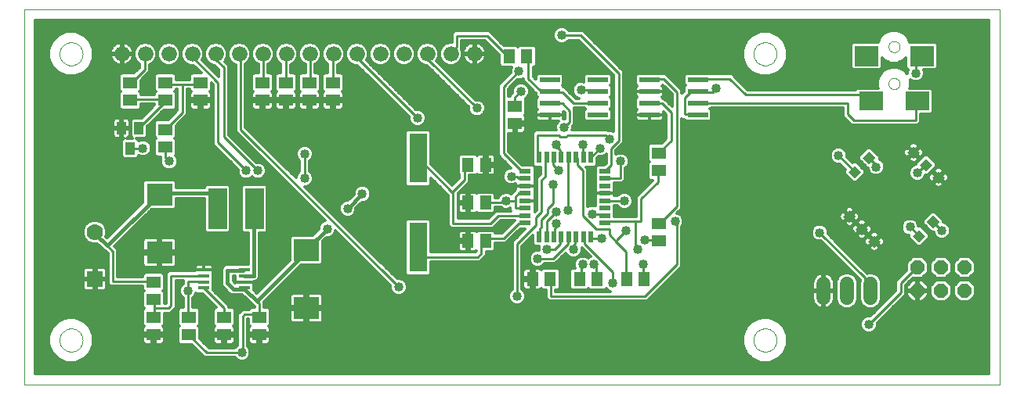
<source format=gtl>
G75*
G70*
%OFA0B0*%
%FSLAX24Y24*%
%IPPOS*%
%LPD*%
%AMOC8*
5,1,8,0,0,1.08239X$1,22.5*
%
%ADD10C,0.0000*%
%ADD11C,0.0660*%
%ADD12R,0.0512X0.0591*%
%ADD13R,0.0591X0.0512*%
%ADD14R,0.0787X0.1772*%
%ADD15R,0.1102X0.0945*%
%ADD16R,0.0472X0.0177*%
%ADD17R,0.0760X0.2100*%
%ADD18OC8,0.0600*%
%ADD19C,0.0600*%
%ADD20R,0.0394X0.0551*%
%ADD21R,0.0500X0.0220*%
%ADD22R,0.0220X0.0500*%
%ADD23R,0.0866X0.0236*%
%ADD24R,0.0390X0.0390*%
%ADD25R,0.0700X0.0700*%
%ADD26C,0.0700*%
%ADD27R,0.1024X0.0866*%
%ADD28R,0.1024X0.0787*%
%ADD29C,0.0100*%
%ADD30C,0.0160*%
%ADD31C,0.0400*%
%ADD32C,0.0120*%
D10*
X000181Y000181D02*
X000181Y016181D01*
X041681Y016181D01*
X041681Y000181D01*
X000181Y000181D01*
X001676Y002079D02*
X001678Y002123D01*
X001684Y002167D01*
X001694Y002210D01*
X001707Y002252D01*
X001725Y002292D01*
X001746Y002331D01*
X001770Y002368D01*
X001797Y002403D01*
X001828Y002435D01*
X001861Y002464D01*
X001897Y002490D01*
X001935Y002512D01*
X001975Y002531D01*
X002016Y002547D01*
X002059Y002559D01*
X002102Y002567D01*
X002146Y002571D01*
X002190Y002571D01*
X002234Y002567D01*
X002277Y002559D01*
X002320Y002547D01*
X002361Y002531D01*
X002401Y002512D01*
X002439Y002490D01*
X002475Y002464D01*
X002508Y002435D01*
X002539Y002403D01*
X002566Y002368D01*
X002590Y002331D01*
X002611Y002292D01*
X002629Y002252D01*
X002642Y002210D01*
X002652Y002167D01*
X002658Y002123D01*
X002660Y002079D01*
X002658Y002035D01*
X002652Y001991D01*
X002642Y001948D01*
X002629Y001906D01*
X002611Y001866D01*
X002590Y001827D01*
X002566Y001790D01*
X002539Y001755D01*
X002508Y001723D01*
X002475Y001694D01*
X002439Y001668D01*
X002401Y001646D01*
X002361Y001627D01*
X002320Y001611D01*
X002277Y001599D01*
X002234Y001591D01*
X002190Y001587D01*
X002146Y001587D01*
X002102Y001591D01*
X002059Y001599D01*
X002016Y001611D01*
X001975Y001627D01*
X001935Y001646D01*
X001897Y001668D01*
X001861Y001694D01*
X001828Y001723D01*
X001797Y001755D01*
X001770Y001790D01*
X001746Y001827D01*
X001725Y001866D01*
X001707Y001906D01*
X001694Y001948D01*
X001684Y001991D01*
X001678Y002035D01*
X001676Y002079D01*
X031203Y002079D02*
X031205Y002123D01*
X031211Y002167D01*
X031221Y002210D01*
X031234Y002252D01*
X031252Y002292D01*
X031273Y002331D01*
X031297Y002368D01*
X031324Y002403D01*
X031355Y002435D01*
X031388Y002464D01*
X031424Y002490D01*
X031462Y002512D01*
X031502Y002531D01*
X031543Y002547D01*
X031586Y002559D01*
X031629Y002567D01*
X031673Y002571D01*
X031717Y002571D01*
X031761Y002567D01*
X031804Y002559D01*
X031847Y002547D01*
X031888Y002531D01*
X031928Y002512D01*
X031966Y002490D01*
X032002Y002464D01*
X032035Y002435D01*
X032066Y002403D01*
X032093Y002368D01*
X032117Y002331D01*
X032138Y002292D01*
X032156Y002252D01*
X032169Y002210D01*
X032179Y002167D01*
X032185Y002123D01*
X032187Y002079D01*
X032185Y002035D01*
X032179Y001991D01*
X032169Y001948D01*
X032156Y001906D01*
X032138Y001866D01*
X032117Y001827D01*
X032093Y001790D01*
X032066Y001755D01*
X032035Y001723D01*
X032002Y001694D01*
X031966Y001668D01*
X031928Y001646D01*
X031888Y001627D01*
X031847Y001611D01*
X031804Y001599D01*
X031761Y001591D01*
X031717Y001587D01*
X031673Y001587D01*
X031629Y001591D01*
X031586Y001599D01*
X031543Y001611D01*
X031502Y001627D01*
X031462Y001646D01*
X031424Y001668D01*
X031388Y001694D01*
X031355Y001723D01*
X031324Y001755D01*
X031297Y001790D01*
X031273Y001827D01*
X031252Y001866D01*
X031234Y001906D01*
X031221Y001948D01*
X031211Y001991D01*
X031205Y002035D01*
X031203Y002079D01*
X036945Y013016D02*
X036947Y013046D01*
X036953Y013076D01*
X036962Y013105D01*
X036975Y013132D01*
X036992Y013157D01*
X037011Y013180D01*
X037034Y013201D01*
X037059Y013218D01*
X037085Y013232D01*
X037114Y013242D01*
X037143Y013249D01*
X037173Y013252D01*
X037204Y013251D01*
X037234Y013246D01*
X037263Y013237D01*
X037290Y013225D01*
X037316Y013210D01*
X037340Y013191D01*
X037361Y013169D01*
X037379Y013145D01*
X037394Y013118D01*
X037405Y013090D01*
X037413Y013061D01*
X037417Y013031D01*
X037417Y013001D01*
X037413Y012971D01*
X037405Y012942D01*
X037394Y012914D01*
X037379Y012887D01*
X037361Y012863D01*
X037340Y012841D01*
X037316Y012822D01*
X037290Y012807D01*
X037263Y012795D01*
X037234Y012786D01*
X037204Y012781D01*
X037173Y012780D01*
X037143Y012783D01*
X037114Y012790D01*
X037085Y012800D01*
X037059Y012814D01*
X037034Y012831D01*
X037011Y012852D01*
X036992Y012875D01*
X036975Y012900D01*
X036962Y012927D01*
X036953Y012956D01*
X036947Y012986D01*
X036945Y013016D01*
X036945Y014591D02*
X036947Y014621D01*
X036953Y014651D01*
X036962Y014680D01*
X036975Y014707D01*
X036992Y014732D01*
X037011Y014755D01*
X037034Y014776D01*
X037059Y014793D01*
X037085Y014807D01*
X037114Y014817D01*
X037143Y014824D01*
X037173Y014827D01*
X037204Y014826D01*
X037234Y014821D01*
X037263Y014812D01*
X037290Y014800D01*
X037316Y014785D01*
X037340Y014766D01*
X037361Y014744D01*
X037379Y014720D01*
X037394Y014693D01*
X037405Y014665D01*
X037413Y014636D01*
X037417Y014606D01*
X037417Y014576D01*
X037413Y014546D01*
X037405Y014517D01*
X037394Y014489D01*
X037379Y014462D01*
X037361Y014438D01*
X037340Y014416D01*
X037316Y014397D01*
X037290Y014382D01*
X037263Y014370D01*
X037234Y014361D01*
X037204Y014356D01*
X037173Y014355D01*
X037143Y014358D01*
X037114Y014365D01*
X037085Y014375D01*
X037059Y014389D01*
X037034Y014406D01*
X037011Y014427D01*
X036992Y014450D01*
X036975Y014475D01*
X036962Y014502D01*
X036953Y014531D01*
X036947Y014561D01*
X036945Y014591D01*
X031203Y014284D02*
X031205Y014328D01*
X031211Y014372D01*
X031221Y014415D01*
X031234Y014457D01*
X031252Y014497D01*
X031273Y014536D01*
X031297Y014573D01*
X031324Y014608D01*
X031355Y014640D01*
X031388Y014669D01*
X031424Y014695D01*
X031462Y014717D01*
X031502Y014736D01*
X031543Y014752D01*
X031586Y014764D01*
X031629Y014772D01*
X031673Y014776D01*
X031717Y014776D01*
X031761Y014772D01*
X031804Y014764D01*
X031847Y014752D01*
X031888Y014736D01*
X031928Y014717D01*
X031966Y014695D01*
X032002Y014669D01*
X032035Y014640D01*
X032066Y014608D01*
X032093Y014573D01*
X032117Y014536D01*
X032138Y014497D01*
X032156Y014457D01*
X032169Y014415D01*
X032179Y014372D01*
X032185Y014328D01*
X032187Y014284D01*
X032185Y014240D01*
X032179Y014196D01*
X032169Y014153D01*
X032156Y014111D01*
X032138Y014071D01*
X032117Y014032D01*
X032093Y013995D01*
X032066Y013960D01*
X032035Y013928D01*
X032002Y013899D01*
X031966Y013873D01*
X031928Y013851D01*
X031888Y013832D01*
X031847Y013816D01*
X031804Y013804D01*
X031761Y013796D01*
X031717Y013792D01*
X031673Y013792D01*
X031629Y013796D01*
X031586Y013804D01*
X031543Y013816D01*
X031502Y013832D01*
X031462Y013851D01*
X031424Y013873D01*
X031388Y013899D01*
X031355Y013928D01*
X031324Y013960D01*
X031297Y013995D01*
X031273Y014032D01*
X031252Y014071D01*
X031234Y014111D01*
X031221Y014153D01*
X031211Y014196D01*
X031205Y014240D01*
X031203Y014284D01*
X001676Y014284D02*
X001678Y014328D01*
X001684Y014372D01*
X001694Y014415D01*
X001707Y014457D01*
X001725Y014497D01*
X001746Y014536D01*
X001770Y014573D01*
X001797Y014608D01*
X001828Y014640D01*
X001861Y014669D01*
X001897Y014695D01*
X001935Y014717D01*
X001975Y014736D01*
X002016Y014752D01*
X002059Y014764D01*
X002102Y014772D01*
X002146Y014776D01*
X002190Y014776D01*
X002234Y014772D01*
X002277Y014764D01*
X002320Y014752D01*
X002361Y014736D01*
X002401Y014717D01*
X002439Y014695D01*
X002475Y014669D01*
X002508Y014640D01*
X002539Y014608D01*
X002566Y014573D01*
X002590Y014536D01*
X002611Y014497D01*
X002629Y014457D01*
X002642Y014415D01*
X002652Y014372D01*
X002658Y014328D01*
X002660Y014284D01*
X002658Y014240D01*
X002652Y014196D01*
X002642Y014153D01*
X002629Y014111D01*
X002611Y014071D01*
X002590Y014032D01*
X002566Y013995D01*
X002539Y013960D01*
X002508Y013928D01*
X002475Y013899D01*
X002439Y013873D01*
X002401Y013851D01*
X002361Y013832D01*
X002320Y013816D01*
X002277Y013804D01*
X002234Y013796D01*
X002190Y013792D01*
X002146Y013792D01*
X002102Y013796D01*
X002059Y013804D01*
X002016Y013816D01*
X001975Y013832D01*
X001935Y013851D01*
X001897Y013873D01*
X001861Y013899D01*
X001828Y013928D01*
X001797Y013960D01*
X001770Y013995D01*
X001746Y014032D01*
X001725Y014071D01*
X001707Y014111D01*
X001694Y014153D01*
X001684Y014196D01*
X001678Y014240D01*
X001676Y014284D01*
D11*
X004333Y014284D03*
X005333Y014284D03*
X006333Y014284D03*
X007333Y014284D03*
X008333Y014284D03*
X009333Y014284D03*
X010333Y014284D03*
X011333Y014284D03*
X012333Y014284D03*
X013333Y014284D03*
X014333Y014284D03*
X015333Y014284D03*
X016333Y014284D03*
X017333Y014284D03*
X018333Y014284D03*
X019333Y014284D03*
D12*
X020807Y014181D03*
X021555Y014181D03*
X019805Y009556D03*
X019057Y009556D03*
X019057Y007931D03*
X019805Y007931D03*
X019805Y006306D03*
X019057Y006306D03*
X021807Y004681D03*
X022555Y004681D03*
X023807Y004681D03*
X024555Y004681D03*
X025807Y004681D03*
X026555Y004681D03*
D13*
X027181Y006307D03*
X027181Y007055D03*
X027181Y009307D03*
X027181Y010055D03*
X021056Y011307D03*
X021056Y012055D03*
X013306Y012307D03*
X012306Y012307D03*
X011306Y012307D03*
X010306Y012307D03*
X010306Y013055D03*
X011306Y013055D03*
X012306Y013055D03*
X013306Y013055D03*
X007681Y013055D03*
X007681Y012307D03*
X006181Y012307D03*
X004681Y012307D03*
X004681Y013055D03*
X006181Y013055D03*
X006181Y011055D03*
X006181Y010307D03*
X005681Y004555D03*
X005681Y003807D03*
X005681Y003055D03*
X005681Y002307D03*
X007181Y002307D03*
X008681Y002307D03*
X008681Y003055D03*
X007181Y003055D03*
X010181Y003055D03*
X010181Y002307D03*
D14*
X009969Y007681D03*
X008394Y007681D03*
D15*
X005931Y008297D03*
X005931Y005816D03*
X012181Y005922D03*
X012181Y003441D03*
D16*
X009538Y004298D03*
X009538Y004553D03*
X009538Y004809D03*
X009538Y005065D03*
X007825Y005065D03*
X007825Y004809D03*
X007825Y004553D03*
X007825Y004298D03*
D17*
X016931Y006031D03*
X016931Y009831D03*
D18*
X038181Y005181D03*
X039181Y005181D03*
X040181Y005181D03*
X040181Y004181D03*
X039181Y004181D03*
X038181Y004181D03*
D19*
X036181Y004481D02*
X036181Y003881D01*
X035181Y003881D02*
X035181Y004481D01*
X034181Y004481D02*
X034181Y003881D01*
D20*
X005055Y011114D03*
X004307Y011114D03*
X004681Y010248D03*
D21*
X021491Y009284D03*
X021491Y008969D03*
X021491Y008654D03*
X021491Y008339D03*
X021491Y008024D03*
X021491Y007709D03*
X021491Y007394D03*
X021491Y007079D03*
X024871Y007079D03*
X024871Y007394D03*
X024871Y007709D03*
X024871Y008024D03*
X024871Y008339D03*
X024871Y008654D03*
X024871Y008969D03*
X024871Y009284D03*
D22*
X024284Y009871D03*
X023969Y009871D03*
X023654Y009871D03*
X023339Y009871D03*
X023024Y009871D03*
X022709Y009871D03*
X022394Y009871D03*
X022079Y009871D03*
X022079Y006491D03*
X022394Y006491D03*
X022709Y006491D03*
X023024Y006491D03*
X023339Y006491D03*
X023654Y006491D03*
X023969Y006491D03*
X024284Y006491D03*
D23*
X024580Y011681D03*
X024580Y012181D03*
X024580Y012681D03*
X024580Y013181D03*
X022533Y013181D03*
X022533Y012681D03*
X022533Y012181D03*
X022533Y011681D03*
X026783Y011681D03*
X026783Y012181D03*
X026783Y012681D03*
X026783Y013181D03*
X028830Y013181D03*
X028830Y012681D03*
X028830Y012181D03*
X028830Y011681D03*
D24*
G36*
X035509Y008964D02*
X035234Y009239D01*
X035509Y009514D01*
X035784Y009239D01*
X035509Y008964D01*
G37*
G36*
X036124Y009579D02*
X035849Y009854D01*
X036124Y010129D01*
X036399Y009854D01*
X036124Y009579D01*
G37*
G36*
X038291Y010076D02*
X038016Y009801D01*
X037741Y010076D01*
X038016Y010351D01*
X038291Y010076D01*
G37*
G36*
X038821Y009546D02*
X038546Y009271D01*
X038271Y009546D01*
X038546Y009821D01*
X038821Y009546D01*
G37*
G36*
X039351Y009016D02*
X039076Y008741D01*
X038801Y009016D01*
X039076Y009291D01*
X039351Y009016D01*
G37*
G36*
X035561Y007347D02*
X035286Y007072D01*
X035011Y007347D01*
X035286Y007622D01*
X035561Y007347D01*
G37*
G36*
X036092Y006817D02*
X035817Y006542D01*
X035542Y006817D01*
X035817Y007092D01*
X036092Y006817D01*
G37*
G36*
X036622Y006286D02*
X036347Y006011D01*
X036072Y006286D01*
X036347Y006561D01*
X036622Y006286D01*
G37*
G36*
X038239Y006234D02*
X037964Y006509D01*
X038239Y006784D01*
X038514Y006509D01*
X038239Y006234D01*
G37*
G36*
X038854Y006849D02*
X038579Y007124D01*
X038854Y007399D01*
X039129Y007124D01*
X038854Y006849D01*
G37*
D25*
X003181Y004681D03*
D26*
X003181Y006681D03*
D27*
X036000Y014197D03*
X038363Y014197D03*
D28*
X038166Y012268D03*
X036197Y012268D03*
D29*
X036181Y012341D01*
X036181Y012531D01*
X030871Y012531D01*
X030181Y013221D01*
X028901Y013221D01*
X028830Y013181D01*
X029461Y012661D02*
X029621Y012821D01*
X029461Y012661D02*
X028901Y012661D01*
X028830Y012681D01*
X028821Y012661D01*
X028501Y012661D01*
X028261Y012421D01*
X028261Y011701D01*
X028821Y011701D01*
X028830Y011681D01*
X027701Y011781D02*
X027301Y012181D01*
X026783Y012181D01*
X027701Y011781D02*
X027701Y010581D01*
X027221Y010101D01*
X027181Y010055D01*
X025541Y009701D02*
X025541Y008981D01*
X024901Y008981D01*
X024871Y008969D01*
X024871Y009284D02*
X024901Y009301D01*
X025141Y009541D01*
X025141Y010261D01*
X025461Y010581D01*
X025461Y013461D01*
X023851Y015071D01*
X023061Y015071D01*
X023061Y015061D01*
X023041Y015071D01*
X021621Y014181D02*
X021555Y014181D01*
X021621Y014181D02*
X021621Y013221D01*
X022101Y012741D01*
X022501Y012741D01*
X022533Y012681D01*
X022581Y012661D01*
X023061Y012661D01*
X023541Y012181D01*
X024580Y012181D01*
X024580Y012681D02*
X024501Y012741D01*
X023861Y012741D01*
X023061Y012181D02*
X022533Y012181D01*
X023061Y012181D02*
X023381Y011861D01*
X023381Y011381D01*
X023141Y011141D01*
X023301Y010821D02*
X023221Y010741D01*
X022981Y010741D01*
X022901Y010821D01*
X022021Y010821D01*
X022021Y009941D01*
X022079Y009871D01*
X022341Y009861D02*
X022394Y009871D01*
X022341Y009861D02*
X022341Y009061D01*
X022181Y008901D01*
X022181Y007541D01*
X021941Y007301D01*
X021941Y006981D01*
X021141Y006181D01*
X021141Y003941D01*
X022581Y003941D02*
X022581Y004661D01*
X022555Y004681D01*
X023807Y004681D02*
X023861Y004741D01*
X023861Y005221D01*
X023941Y005301D01*
X024421Y005301D02*
X024501Y005221D01*
X024501Y004741D01*
X024555Y004681D01*
X025221Y004501D02*
X025221Y004981D01*
X024021Y006181D01*
X024021Y006421D01*
X023969Y006491D01*
X024284Y006491D02*
X024341Y006421D01*
X024741Y006421D01*
X025061Y006581D02*
X025381Y006261D01*
X025381Y006341D01*
X025781Y006741D01*
X026181Y007141D02*
X024901Y007141D01*
X024871Y007079D01*
X024871Y007394D02*
X024821Y007461D01*
X024341Y007461D01*
X023941Y007381D02*
X024501Y006821D01*
X025061Y006821D01*
X025061Y006581D01*
X025381Y006261D02*
X025781Y005861D01*
X025781Y004741D01*
X025807Y004681D01*
X026501Y004741D02*
X026555Y004681D01*
X026501Y004741D02*
X026501Y005301D01*
X026581Y003941D02*
X027941Y005301D01*
X027941Y007061D01*
X027861Y007141D01*
X027221Y007061D02*
X027181Y007055D01*
X027221Y007061D02*
X027941Y007781D01*
X027941Y012661D01*
X027381Y013221D01*
X026821Y013221D01*
X026783Y013181D01*
X028830Y012181D02*
X035221Y012181D01*
X035221Y011701D01*
X035461Y011461D01*
X038101Y011461D01*
X038101Y012261D01*
X038166Y012268D01*
X038101Y013461D02*
X038101Y013941D01*
X038341Y014181D01*
X038363Y014197D01*
X036124Y009854D02*
X036181Y009781D01*
X036421Y009541D01*
X036421Y009461D01*
X035509Y009239D02*
X035461Y009301D01*
X034821Y009941D01*
X038181Y009221D02*
X038501Y009541D01*
X038546Y009546D01*
X038854Y007124D02*
X038901Y007061D01*
X039221Y006741D01*
X038239Y006509D02*
X038181Y006581D01*
X037861Y006901D01*
X035941Y004741D02*
X034021Y006661D01*
X037461Y004501D02*
X038181Y005221D01*
X038181Y005181D01*
X037461Y004501D02*
X037461Y004101D01*
X036101Y002741D01*
X036181Y004181D02*
X035941Y004421D01*
X035941Y004741D01*
X027181Y006307D02*
X027141Y006341D01*
X026581Y006341D01*
X026181Y006021D02*
X026181Y007141D01*
X026421Y007141D01*
X026421Y008101D01*
X027141Y008821D01*
X027141Y009301D01*
X027181Y009307D01*
X024661Y010261D02*
X024341Y009941D01*
X024284Y009871D01*
X023969Y009871D02*
X023941Y009941D01*
X023941Y010421D01*
X024901Y010821D02*
X025061Y010661D01*
X024901Y010821D02*
X023301Y010821D01*
X022821Y010421D02*
X022821Y010341D01*
X022981Y010181D01*
X022981Y009941D01*
X023024Y009871D01*
X023301Y009861D02*
X023339Y009871D01*
X023301Y009861D02*
X023301Y007621D01*
X022821Y007541D02*
X022421Y007141D01*
X022421Y006501D01*
X022394Y006491D01*
X022101Y006501D02*
X022079Y006491D01*
X022101Y006501D02*
X022101Y006821D01*
X022181Y006901D01*
X022181Y007221D01*
X022431Y007471D01*
X022431Y007681D01*
X022671Y007921D01*
X022671Y008706D01*
X022901Y009301D02*
X022661Y009541D01*
X022661Y009861D01*
X022709Y009871D01*
X023654Y009871D02*
X023701Y009861D01*
X023701Y009541D01*
X023941Y009301D01*
X023941Y007381D01*
X022821Y007061D02*
X022821Y006901D01*
X022741Y006821D01*
X022741Y006501D01*
X022709Y006491D01*
X022981Y006421D02*
X023024Y006491D01*
X022981Y006421D02*
X022981Y006181D01*
X022741Y005941D01*
X022421Y005941D01*
X022661Y005541D02*
X023301Y006181D01*
X023301Y006421D01*
X023339Y006491D01*
X023621Y006421D02*
X023654Y006491D01*
X023621Y006421D02*
X023621Y006181D01*
X023541Y006101D01*
X023541Y005941D01*
X022661Y005541D02*
X022021Y005541D01*
X019861Y006341D02*
X019805Y006306D01*
X019781Y006261D01*
X019621Y006101D01*
X019621Y005781D01*
X019461Y005621D01*
X016981Y005621D01*
X016981Y006021D01*
X016931Y006031D01*
X018421Y007061D02*
X018421Y008341D01*
X018421Y008421D01*
X018901Y008901D01*
X018901Y009461D01*
X018981Y009541D01*
X019057Y009556D01*
X020561Y010041D02*
X021301Y009301D01*
X021461Y009301D01*
X021491Y009284D01*
X021221Y008981D02*
X021141Y009061D01*
X020901Y009061D01*
X021221Y008981D02*
X021461Y008981D01*
X021491Y008969D01*
X021061Y008736D02*
X021061Y008661D01*
X021461Y008661D01*
X021491Y008654D01*
X021461Y008341D02*
X021216Y008341D01*
X021061Y008186D01*
X021061Y008021D01*
X020681Y008021D01*
X020661Y008021D01*
X020661Y007941D01*
X019861Y007941D01*
X019805Y007931D01*
X020341Y007381D02*
X020021Y007061D01*
X018421Y007061D01*
X019861Y006421D02*
X019861Y006341D01*
X019861Y006421D02*
X020581Y006421D01*
X021221Y007061D01*
X021461Y007061D01*
X021491Y007079D01*
X021461Y007381D02*
X021491Y007394D01*
X021461Y007381D02*
X020341Y007381D01*
X021061Y007709D02*
X021061Y008021D01*
X021461Y008341D02*
X021491Y008339D01*
X021491Y007709D02*
X021061Y007709D01*
X018421Y008341D02*
X016931Y009831D01*
X016981Y009861D01*
X016981Y010261D01*
X016901Y011541D02*
X014341Y014101D01*
X014341Y014261D01*
X014333Y014284D01*
X013333Y014284D02*
X013301Y014261D01*
X013301Y013061D01*
X013306Y013055D01*
X012341Y013061D02*
X012306Y013055D01*
X012341Y013061D02*
X012341Y014261D01*
X012333Y014284D01*
X011333Y014284D02*
X011301Y014261D01*
X011301Y013061D01*
X011306Y013055D01*
X010341Y013061D02*
X010306Y013055D01*
X010341Y013061D02*
X010341Y014261D01*
X010333Y014284D01*
X009381Y014261D02*
X009333Y014284D01*
X009381Y014261D02*
X009381Y011061D01*
X016101Y004341D01*
X012181Y005861D02*
X012181Y005922D01*
X012181Y005941D01*
X009538Y005065D02*
X009461Y005061D01*
X009541Y004821D02*
X009538Y004809D01*
X009541Y004581D02*
X009538Y004553D01*
X009541Y004581D02*
X009781Y004581D01*
X009861Y004553D01*
X009538Y004298D02*
X009461Y004261D01*
X009541Y004261D02*
X009538Y004298D01*
X010101Y003781D02*
X010101Y003701D01*
X010181Y003621D01*
X010181Y003181D01*
X009556Y003181D01*
X009461Y003086D01*
X009461Y001541D01*
X007941Y001541D01*
X007221Y002261D01*
X007181Y002307D01*
X007181Y003055D02*
X007141Y003061D01*
X007141Y004171D01*
X007141Y004581D01*
X007781Y004581D01*
X007825Y004553D01*
X007825Y004298D02*
X007861Y004261D01*
X008661Y003461D01*
X008661Y003061D01*
X008681Y003055D01*
X010181Y003055D02*
X010181Y003181D01*
X006421Y003546D02*
X006306Y003431D01*
X005701Y003431D01*
X005701Y003781D01*
X005681Y003807D01*
X006421Y003546D02*
X006421Y004821D01*
X007781Y004821D01*
X007825Y004809D01*
X005681Y004555D02*
X005621Y004581D01*
X003941Y004581D01*
X003941Y005861D01*
X003701Y006101D01*
X008341Y007701D02*
X008394Y007681D01*
X008341Y007701D02*
X008341Y008341D01*
X009941Y007621D02*
X009969Y007681D01*
X012101Y008981D02*
X012101Y010021D01*
X010101Y009301D02*
X008661Y010741D01*
X008661Y013701D01*
X008341Y014021D01*
X008341Y014261D01*
X008333Y014284D01*
X007381Y014261D02*
X007381Y014101D01*
X008421Y013061D01*
X008421Y010501D01*
X009621Y009301D01*
X006341Y009701D02*
X006181Y009861D01*
X006181Y010307D01*
X005221Y010261D02*
X004741Y010261D01*
X004681Y010248D01*
X005055Y011114D02*
X005061Y011141D01*
X006181Y012261D01*
X006181Y012307D01*
X006181Y012341D01*
X004741Y012341D01*
X004681Y012307D01*
X004681Y013055D02*
X004741Y013061D01*
X005301Y013621D01*
X005301Y014261D01*
X005333Y014284D01*
X007333Y014284D02*
X007381Y014261D01*
X007681Y013055D02*
X007621Y012981D01*
X006901Y012981D01*
X006181Y012981D01*
X006181Y013055D01*
X006901Y012981D02*
X006901Y011781D01*
X006181Y011061D01*
X006181Y011055D01*
X005941Y008341D02*
X005931Y008297D01*
X005861Y008261D01*
X005701Y003431D02*
X005701Y003061D01*
X005681Y003055D01*
X022581Y003941D02*
X026581Y003941D01*
X026261Y005941D02*
X026181Y006021D01*
X025711Y008021D02*
X024901Y008021D01*
X024871Y008024D01*
X020561Y010041D02*
X020561Y012881D01*
X021221Y013541D01*
X020807Y014181D02*
X020741Y014181D01*
X019861Y015061D01*
X018581Y015061D01*
X018581Y014581D01*
X018341Y014341D01*
X018333Y014284D01*
X017381Y014261D02*
X017381Y014021D01*
X019436Y011966D01*
X021056Y012055D02*
X021056Y012431D01*
X021306Y012681D01*
X017381Y014261D02*
X017333Y014284D01*
D30*
X014556Y008306D02*
X013931Y007681D01*
X013061Y006821D02*
X012181Y005941D01*
X012181Y005861D02*
X010101Y003781D01*
X010101Y003701D02*
X009541Y004261D01*
X009461Y004261D02*
X009061Y004261D01*
X008821Y004501D01*
X008821Y005061D01*
X009461Y005061D01*
X009541Y004821D02*
X009941Y004821D01*
X009941Y007621D01*
X008341Y008341D02*
X005941Y008341D01*
X005861Y008261D02*
X003701Y006101D01*
X003221Y006581D01*
X003221Y006661D01*
X003181Y006681D01*
D31*
X007141Y004171D03*
X009431Y001556D03*
X016101Y004341D03*
X021141Y003941D03*
X023941Y005301D03*
X024421Y005301D03*
X023541Y005941D03*
X022421Y005941D03*
X022021Y005541D03*
X024741Y006421D03*
X025781Y006741D03*
X026581Y006341D03*
X026261Y005941D03*
X026501Y005301D03*
X025221Y004501D03*
X022821Y007061D03*
X022821Y007541D03*
X023301Y007621D03*
X024341Y007461D03*
X025711Y008021D03*
X027861Y007141D03*
X022671Y008706D03*
X022901Y009301D03*
X020901Y009061D03*
X020681Y008021D03*
X025541Y009701D03*
X024661Y010261D03*
X023941Y010421D03*
X025061Y010661D03*
X023141Y011141D03*
X022821Y010421D03*
X019436Y011966D03*
X021306Y012681D03*
X021221Y013541D03*
X023861Y012741D03*
X029621Y012821D03*
X023041Y015071D03*
X016901Y011541D03*
X012101Y010021D03*
X010101Y009301D03*
X009621Y009301D03*
X012101Y008981D03*
X014556Y008306D03*
X013931Y007681D03*
X013061Y006821D03*
X006341Y009701D03*
X005221Y010261D03*
X034021Y006661D03*
X037861Y006901D03*
X039221Y006741D03*
X038181Y009221D03*
X036421Y009461D03*
X034821Y009941D03*
X038101Y013461D03*
X036101Y002741D03*
D32*
X035781Y002908D02*
X032182Y002908D01*
X032235Y002886D02*
X031885Y003031D01*
X031506Y003031D01*
X031156Y002886D01*
X030888Y002618D01*
X030743Y002268D01*
X030743Y001890D01*
X030888Y001540D01*
X031156Y001272D01*
X031506Y001127D01*
X031885Y001127D01*
X032235Y001272D01*
X032502Y001540D01*
X032647Y001890D01*
X032647Y002268D01*
X032502Y002618D01*
X032235Y002886D01*
X032331Y002789D02*
X035741Y002789D01*
X035741Y002813D02*
X035741Y002670D01*
X035796Y002537D01*
X035897Y002436D01*
X036030Y002381D01*
X036173Y002381D01*
X036305Y002436D01*
X036407Y002537D01*
X036461Y002670D01*
X036461Y002804D01*
X037548Y003891D01*
X037671Y004014D01*
X037671Y004414D01*
X037985Y004728D01*
X037991Y004721D01*
X038372Y004721D01*
X038641Y004991D01*
X038641Y005372D01*
X038372Y005641D01*
X037991Y005641D01*
X037721Y005372D01*
X037721Y005058D01*
X037251Y004588D01*
X037251Y004414D01*
X037251Y004188D01*
X036164Y003101D01*
X036030Y003101D01*
X035897Y003047D01*
X035796Y002945D01*
X035741Y002813D01*
X035741Y002671D02*
X032450Y002671D01*
X032530Y002552D02*
X035790Y002552D01*
X035903Y002434D02*
X032579Y002434D01*
X032628Y002315D02*
X041221Y002315D01*
X041221Y002197D02*
X032647Y002197D01*
X032647Y002078D02*
X041221Y002078D01*
X041221Y001960D02*
X032647Y001960D01*
X032627Y001841D02*
X041221Y001841D01*
X041221Y001722D02*
X032578Y001722D01*
X032529Y001604D02*
X041221Y001604D01*
X041221Y001485D02*
X032448Y001485D01*
X032329Y001367D02*
X041221Y001367D01*
X041221Y001248D02*
X032178Y001248D01*
X031891Y001130D02*
X041221Y001130D01*
X041221Y001011D02*
X000641Y001011D01*
X000641Y000893D02*
X041221Y000893D01*
X041221Y000774D02*
X000641Y000774D01*
X000641Y000656D02*
X041221Y000656D01*
X041221Y000641D02*
X041221Y015721D01*
X000641Y015721D01*
X000641Y000641D01*
X041221Y000641D01*
X041221Y002434D02*
X036299Y002434D01*
X036413Y002552D02*
X041221Y002552D01*
X041221Y002671D02*
X036461Y002671D01*
X036461Y002789D02*
X041221Y002789D01*
X041221Y002908D02*
X036565Y002908D01*
X036683Y003026D02*
X041221Y003026D01*
X041221Y003145D02*
X036802Y003145D01*
X036920Y003264D02*
X041221Y003264D01*
X041221Y003382D02*
X037039Y003382D01*
X037158Y003501D02*
X041221Y003501D01*
X041221Y003619D02*
X037276Y003619D01*
X037395Y003738D02*
X037975Y003738D01*
X037991Y003721D02*
X038141Y003721D01*
X038141Y004141D01*
X038221Y004141D01*
X038221Y003721D01*
X038372Y003721D01*
X038641Y003991D01*
X038641Y004141D01*
X038222Y004141D01*
X038222Y004221D01*
X038641Y004221D01*
X038641Y004372D01*
X038372Y004641D01*
X038221Y004641D01*
X038221Y004222D01*
X038141Y004222D01*
X038141Y004641D01*
X037991Y004641D01*
X037721Y004372D01*
X037721Y004221D01*
X038141Y004221D01*
X038141Y004141D01*
X037721Y004141D01*
X037721Y003991D01*
X037991Y003721D01*
X038141Y003738D02*
X038221Y003738D01*
X038221Y003856D02*
X038141Y003856D01*
X038141Y003975D02*
X038221Y003975D01*
X038221Y004093D02*
X038141Y004093D01*
X038141Y004212D02*
X037671Y004212D01*
X037671Y004330D02*
X037721Y004330D01*
X037706Y004449D02*
X037798Y004449D01*
X037824Y004568D02*
X037917Y004568D01*
X037943Y004686D02*
X041221Y004686D01*
X041221Y004568D02*
X040446Y004568D01*
X040372Y004641D02*
X039991Y004641D01*
X039721Y004372D01*
X039721Y003991D01*
X039991Y003721D01*
X040372Y003721D01*
X040641Y003991D01*
X040641Y004372D01*
X040372Y004641D01*
X040372Y004721D02*
X040641Y004991D01*
X040641Y005372D01*
X040372Y005641D01*
X039991Y005641D01*
X039721Y005372D01*
X039721Y004991D01*
X039991Y004721D01*
X040372Y004721D01*
X040455Y004805D02*
X041221Y004805D01*
X041221Y004923D02*
X040574Y004923D01*
X040641Y005042D02*
X041221Y005042D01*
X041221Y005160D02*
X040641Y005160D01*
X040641Y005279D02*
X041221Y005279D01*
X041221Y005397D02*
X040616Y005397D01*
X040497Y005516D02*
X041221Y005516D01*
X041221Y005634D02*
X040379Y005634D01*
X039984Y005634D02*
X039379Y005634D01*
X039372Y005641D02*
X038991Y005641D01*
X038721Y005372D01*
X038721Y004991D01*
X038991Y004721D01*
X039372Y004721D01*
X039641Y004991D01*
X039641Y005372D01*
X039372Y005641D01*
X039497Y005516D02*
X039865Y005516D01*
X039747Y005397D02*
X039616Y005397D01*
X039641Y005279D02*
X039721Y005279D01*
X039721Y005160D02*
X039641Y005160D01*
X039641Y005042D02*
X039721Y005042D01*
X039789Y004923D02*
X039574Y004923D01*
X039455Y004805D02*
X039908Y004805D01*
X039641Y004372D02*
X039372Y004641D01*
X038991Y004641D01*
X038721Y004372D01*
X038721Y003991D01*
X038991Y003721D01*
X039372Y003721D01*
X039641Y003991D01*
X039641Y004372D01*
X039641Y004330D02*
X039721Y004330D01*
X039721Y004212D02*
X039641Y004212D01*
X039641Y004093D02*
X039721Y004093D01*
X039737Y003975D02*
X039625Y003975D01*
X039507Y003856D02*
X039856Y003856D01*
X039975Y003738D02*
X039388Y003738D01*
X038975Y003738D02*
X038388Y003738D01*
X038507Y003856D02*
X038856Y003856D01*
X038737Y003975D02*
X038625Y003975D01*
X038641Y004093D02*
X038721Y004093D01*
X038721Y004212D02*
X038222Y004212D01*
X038221Y004330D02*
X038141Y004330D01*
X038141Y004449D02*
X038221Y004449D01*
X038221Y004568D02*
X038141Y004568D01*
X038446Y004568D02*
X038917Y004568D01*
X038798Y004449D02*
X038564Y004449D01*
X038641Y004330D02*
X038721Y004330D01*
X039446Y004568D02*
X039917Y004568D01*
X039798Y004449D02*
X039564Y004449D01*
X038908Y004805D02*
X038455Y004805D01*
X038574Y004923D02*
X038789Y004923D01*
X038721Y005042D02*
X038641Y005042D01*
X038641Y005160D02*
X038721Y005160D01*
X038721Y005279D02*
X038641Y005279D01*
X038616Y005397D02*
X038747Y005397D01*
X038865Y005516D02*
X038497Y005516D01*
X038379Y005634D02*
X038984Y005634D01*
X038340Y006109D02*
X041221Y006109D01*
X041221Y006227D02*
X038459Y006227D01*
X038577Y006346D02*
X041221Y006346D01*
X041221Y006464D02*
X039453Y006464D01*
X039425Y006436D02*
X039527Y006537D01*
X039581Y006670D01*
X039581Y006813D01*
X039527Y006945D01*
X039425Y007047D01*
X039293Y007101D01*
X039289Y007101D01*
X039289Y007191D01*
X038920Y007560D01*
X038787Y007560D01*
X038418Y007191D01*
X038418Y007058D01*
X038787Y006689D01*
X038861Y006689D01*
X038861Y006670D01*
X038916Y006537D01*
X039017Y006436D01*
X039150Y006381D01*
X039293Y006381D01*
X039425Y006436D01*
X039545Y006583D02*
X041221Y006583D01*
X041221Y006701D02*
X039581Y006701D01*
X039579Y006820D02*
X041221Y006820D01*
X041221Y006938D02*
X039529Y006938D01*
X039400Y007057D02*
X041221Y007057D01*
X041221Y007175D02*
X039289Y007175D01*
X039186Y007294D02*
X041221Y007294D01*
X041221Y007413D02*
X039067Y007413D01*
X038949Y007531D02*
X041221Y007531D01*
X041221Y007650D02*
X035486Y007650D01*
X035511Y007624D02*
X035385Y007751D01*
X035348Y007772D01*
X035307Y007783D01*
X035265Y007783D01*
X035225Y007772D01*
X035188Y007751D01*
X035062Y007625D01*
X035286Y007400D01*
X035233Y007347D01*
X035009Y007571D01*
X034883Y007445D01*
X034861Y007409D01*
X034851Y007368D01*
X034851Y007326D01*
X034861Y007285D01*
X034883Y007249D01*
X035009Y007123D01*
X035233Y007347D01*
X035286Y007294D01*
X035180Y007294D01*
X035286Y007294D02*
X035062Y007069D01*
X035188Y006943D01*
X035225Y006922D01*
X035265Y006911D01*
X035307Y006911D01*
X035348Y006922D01*
X035385Y006943D01*
X035511Y007069D01*
X035286Y007294D01*
X035339Y007347D01*
X035564Y007123D01*
X035690Y007249D01*
X035711Y007285D01*
X035722Y007326D01*
X035722Y007368D01*
X035711Y007409D01*
X035690Y007445D01*
X035564Y007571D01*
X035340Y007347D01*
X035286Y007400D01*
X035511Y007624D01*
X035524Y007531D02*
X035417Y007531D01*
X035405Y007413D02*
X035299Y007413D01*
X035274Y007413D02*
X035168Y007413D01*
X035155Y007531D02*
X035049Y007531D01*
X034968Y007531D02*
X027988Y007531D01*
X027951Y007494D02*
X028028Y007571D01*
X028151Y007694D01*
X028151Y011514D01*
X028174Y011491D01*
X028243Y011491D01*
X028331Y011403D01*
X029329Y011403D01*
X029423Y011497D01*
X029423Y011866D01*
X029357Y011931D01*
X029397Y011971D01*
X035011Y011971D01*
X035011Y011788D01*
X035011Y011614D01*
X035251Y011374D01*
X035374Y011251D01*
X038014Y011251D01*
X038188Y011251D01*
X038311Y011374D01*
X038311Y011714D01*
X038744Y011714D01*
X038837Y011808D01*
X038837Y012728D01*
X038744Y012822D01*
X037854Y012822D01*
X037878Y012878D01*
X037878Y013155D01*
X037862Y013191D01*
X037897Y013156D01*
X038030Y013101D01*
X038173Y013101D01*
X038305Y013156D01*
X038407Y013257D01*
X038461Y013390D01*
X038461Y013533D01*
X038432Y013604D01*
X038941Y013604D01*
X039034Y013698D01*
X039034Y014696D01*
X038941Y014790D01*
X037852Y014790D01*
X037772Y014985D01*
X037576Y015181D01*
X037320Y015287D01*
X037043Y015287D01*
X036787Y015181D01*
X036591Y014985D01*
X036510Y014790D01*
X035422Y014790D01*
X035329Y014696D01*
X035329Y013698D01*
X035422Y013604D01*
X036578Y013604D01*
X036672Y013698D01*
X036672Y014116D01*
X036787Y014001D01*
X037043Y013895D01*
X037320Y013895D01*
X037576Y014001D01*
X037691Y014116D01*
X037691Y013698D01*
X037775Y013614D01*
X037741Y013533D01*
X037741Y013441D01*
X037576Y013606D01*
X037320Y013712D01*
X037043Y013712D01*
X036787Y013606D01*
X036591Y013410D01*
X036485Y013155D01*
X036485Y012878D01*
X036508Y012822D01*
X035619Y012822D01*
X035539Y012741D01*
X030958Y012741D01*
X030268Y013431D01*
X030094Y013431D01*
X029357Y013431D01*
X029329Y013459D01*
X028331Y013459D01*
X028237Y013366D01*
X028237Y012997D01*
X028303Y012931D01*
X028237Y012866D01*
X028237Y012694D01*
X028151Y012608D01*
X028151Y012748D01*
X027591Y013308D01*
X027468Y013431D01*
X027310Y013431D01*
X027282Y013459D01*
X026283Y013459D01*
X026190Y013366D01*
X026190Y012997D01*
X026256Y012930D01*
X026251Y012928D01*
X026222Y012898D01*
X026201Y012861D01*
X026190Y012821D01*
X026190Y012682D01*
X026782Y012682D01*
X026782Y012681D01*
X026190Y012681D01*
X026190Y012542D01*
X026201Y012502D01*
X026222Y012465D01*
X026251Y012435D01*
X026256Y012432D01*
X026190Y012366D01*
X026190Y011997D01*
X026256Y011930D01*
X026251Y011928D01*
X026222Y011898D01*
X026201Y011861D01*
X026190Y011821D01*
X026190Y011682D01*
X026782Y011682D01*
X026782Y011681D01*
X026190Y011681D01*
X026190Y011542D01*
X026201Y011502D01*
X026222Y011465D01*
X026251Y011435D01*
X026288Y011414D01*
X026329Y011403D01*
X026783Y011403D01*
X027237Y011403D01*
X027278Y011414D01*
X027314Y011435D01*
X027344Y011465D01*
X027365Y011502D01*
X027376Y011542D01*
X027376Y011681D01*
X026783Y011681D01*
X026783Y011403D01*
X026783Y011681D01*
X026783Y011681D01*
X026783Y011682D01*
X027376Y011682D01*
X027376Y011810D01*
X027491Y011694D01*
X027491Y010668D01*
X027294Y010471D01*
X026820Y010471D01*
X026726Y010378D01*
X026726Y009733D01*
X026778Y009681D01*
X026726Y009630D01*
X026726Y008985D01*
X026820Y008891D01*
X026915Y008891D01*
X026211Y008188D01*
X026211Y008014D01*
X026211Y007351D01*
X026094Y007351D01*
X025281Y007351D01*
X025281Y007533D01*
X025281Y007811D01*
X025412Y007811D01*
X025507Y007716D01*
X025640Y007661D01*
X025783Y007661D01*
X025915Y007716D01*
X026017Y007817D01*
X026071Y007950D01*
X026071Y008093D01*
X026017Y008225D01*
X025915Y008327D01*
X025783Y008381D01*
X025640Y008381D01*
X025507Y008327D01*
X025412Y008231D01*
X025281Y008231D01*
X025281Y008339D01*
X025281Y008470D01*
X025280Y008476D01*
X025281Y008478D01*
X025281Y008771D01*
X025454Y008771D01*
X025628Y008771D01*
X025751Y008894D01*
X025751Y009402D01*
X025847Y009497D01*
X025901Y009630D01*
X025901Y009773D01*
X025847Y009905D01*
X025745Y010007D01*
X025613Y010061D01*
X025470Y010061D01*
X025351Y010012D01*
X025351Y010174D01*
X025548Y010371D01*
X025671Y010494D01*
X025671Y013374D01*
X025671Y013548D01*
X024061Y015158D01*
X023938Y015281D01*
X023341Y015281D01*
X023245Y015377D01*
X023113Y015431D01*
X022970Y015431D01*
X022837Y015377D01*
X022736Y015275D01*
X022681Y015143D01*
X022681Y015000D01*
X022736Y014867D01*
X022837Y014766D01*
X022970Y014711D01*
X023113Y014711D01*
X023245Y014766D01*
X023341Y014861D01*
X023764Y014861D01*
X025251Y013374D01*
X025251Y010972D01*
X025133Y011021D01*
X024998Y011021D01*
X024988Y011031D01*
X024814Y011031D01*
X023485Y011031D01*
X023501Y011070D01*
X023501Y011204D01*
X023591Y011294D01*
X023591Y011948D01*
X023568Y011971D01*
X024013Y011971D01*
X024053Y011931D01*
X023987Y011866D01*
X023987Y011497D01*
X024081Y011403D01*
X025079Y011403D01*
X025173Y011497D01*
X025173Y011866D01*
X025107Y011931D01*
X025173Y011997D01*
X025173Y012366D01*
X025107Y012431D01*
X025173Y012497D01*
X025173Y012866D01*
X025107Y012931D01*
X025173Y012997D01*
X025173Y013366D01*
X025079Y013459D01*
X024081Y013459D01*
X023987Y013366D01*
X023987Y013079D01*
X023933Y013101D01*
X023790Y013101D01*
X023657Y013047D01*
X023556Y012945D01*
X023501Y012813D01*
X023501Y012670D01*
X023556Y012537D01*
X023657Y012436D01*
X023766Y012391D01*
X023628Y012391D01*
X023271Y012748D01*
X023148Y012871D01*
X023120Y012871D01*
X023060Y012931D01*
X023126Y012997D01*
X023126Y013366D01*
X023032Y013459D01*
X022033Y013459D01*
X021940Y013366D01*
X021940Y013200D01*
X021831Y013308D01*
X021831Y013726D01*
X021878Y013726D01*
X021971Y013820D01*
X021971Y014543D01*
X021878Y014637D01*
X021233Y014637D01*
X021181Y014585D01*
X021130Y014637D01*
X020583Y014637D01*
X020071Y015148D01*
X019948Y015271D01*
X018668Y015271D01*
X018494Y015271D01*
X018371Y015148D01*
X018371Y014774D01*
X018236Y014774D01*
X018055Y014699D01*
X017918Y014561D01*
X017843Y014381D01*
X017843Y014186D01*
X017918Y014006D01*
X018055Y013868D01*
X018236Y013794D01*
X018430Y013794D01*
X018611Y013868D01*
X018748Y014006D01*
X018823Y014186D01*
X018823Y014381D01*
X018781Y014484D01*
X018791Y014494D01*
X018791Y014668D01*
X018791Y014851D01*
X019774Y014851D01*
X020391Y014234D01*
X020391Y013820D01*
X020485Y013726D01*
X020908Y013726D01*
X020861Y013613D01*
X020861Y013478D01*
X020474Y013091D01*
X020351Y012968D01*
X020351Y010128D01*
X020351Y009954D01*
X020884Y009421D01*
X020830Y009421D01*
X020697Y009367D01*
X020596Y009265D01*
X020541Y009133D01*
X020541Y008990D01*
X020596Y008857D01*
X020697Y008756D01*
X020830Y008701D01*
X020973Y008701D01*
X021081Y008746D01*
X021081Y008654D01*
X021491Y008654D01*
X021491Y008654D01*
X021081Y008654D01*
X021081Y008523D01*
X021083Y008517D01*
X021081Y008515D01*
X021081Y008503D01*
X021006Y008428D01*
X020895Y008317D01*
X020885Y008327D01*
X020753Y008381D01*
X020610Y008381D01*
X020477Y008327D01*
X020376Y008225D01*
X020346Y008151D01*
X020221Y008151D01*
X020221Y008293D01*
X020128Y008387D01*
X019483Y008387D01*
X019431Y008335D01*
X019412Y008355D01*
X019375Y008376D01*
X019334Y008387D01*
X019117Y008387D01*
X019117Y007992D01*
X018997Y007992D01*
X018997Y008387D01*
X018780Y008387D01*
X018740Y008376D01*
X018703Y008355D01*
X018673Y008325D01*
X018652Y008288D01*
X018641Y008248D01*
X018641Y007991D01*
X018997Y007991D01*
X018997Y007871D01*
X019117Y007871D01*
X019117Y007476D01*
X019334Y007476D01*
X019375Y007487D01*
X019412Y007508D01*
X019431Y007528D01*
X019483Y007476D01*
X020128Y007476D01*
X020221Y007570D01*
X020221Y007731D01*
X020462Y007731D01*
X020477Y007716D01*
X020610Y007661D01*
X020753Y007661D01*
X020851Y007702D01*
X020851Y007622D01*
X020882Y007591D01*
X020428Y007591D01*
X020254Y007591D01*
X019934Y007271D01*
X018631Y007271D01*
X018631Y008254D01*
X018631Y008334D01*
X018988Y008691D01*
X019111Y008814D01*
X019111Y009101D01*
X019380Y009101D01*
X019431Y009153D01*
X019451Y009133D01*
X019488Y009112D01*
X019528Y009101D01*
X019745Y009101D01*
X019745Y009496D01*
X019865Y009496D01*
X019865Y009101D01*
X020082Y009101D01*
X020123Y009112D01*
X020160Y009133D01*
X020189Y009163D01*
X020210Y009199D01*
X020221Y009240D01*
X020221Y009496D01*
X019866Y009496D01*
X019866Y009616D01*
X020221Y009616D01*
X020221Y009873D01*
X020210Y009913D01*
X020189Y009950D01*
X020160Y009980D01*
X020123Y010001D01*
X020082Y010012D01*
X019865Y010012D01*
X019865Y009617D01*
X019745Y009617D01*
X019745Y010012D01*
X019528Y010012D01*
X019488Y010001D01*
X019451Y009980D01*
X019431Y009960D01*
X019380Y010012D01*
X018735Y010012D01*
X018641Y009918D01*
X018641Y009195D01*
X018691Y009145D01*
X018691Y008988D01*
X018381Y008678D01*
X017471Y009588D01*
X017471Y010948D01*
X017378Y011041D01*
X016485Y011041D01*
X016391Y010948D01*
X016391Y008715D01*
X016485Y008621D01*
X017378Y008621D01*
X017471Y008715D01*
X017471Y008994D01*
X018211Y008254D01*
X018211Y006974D01*
X018334Y006851D01*
X018508Y006851D01*
X020108Y006851D01*
X020231Y006974D01*
X020428Y007171D01*
X021034Y007171D01*
X020494Y006631D01*
X020221Y006631D01*
X020221Y006668D01*
X020128Y006762D01*
X019483Y006762D01*
X019431Y006710D01*
X019412Y006730D01*
X019375Y006751D01*
X019334Y006762D01*
X019117Y006762D01*
X019117Y006367D01*
X018997Y006367D01*
X018997Y006762D01*
X018780Y006762D01*
X018740Y006751D01*
X018703Y006730D01*
X018673Y006700D01*
X018652Y006663D01*
X018641Y006623D01*
X018641Y006366D01*
X018997Y006366D01*
X018997Y006246D01*
X019117Y006246D01*
X019117Y005851D01*
X019334Y005851D01*
X019375Y005862D01*
X019411Y005883D01*
X019411Y005868D01*
X019374Y005831D01*
X017471Y005831D01*
X017471Y007148D01*
X017378Y007241D01*
X016485Y007241D01*
X016391Y007148D01*
X016391Y004915D01*
X016485Y004821D01*
X017378Y004821D01*
X017471Y004915D01*
X017471Y005411D01*
X019548Y005411D01*
X019671Y005534D01*
X019831Y005694D01*
X019831Y005851D01*
X020128Y005851D01*
X020221Y005945D01*
X020221Y006211D01*
X020668Y006211D01*
X020791Y006334D01*
X021266Y006809D01*
X021472Y006809D01*
X020931Y006268D01*
X020931Y006094D01*
X020931Y004241D01*
X020836Y004145D01*
X020781Y004013D01*
X020781Y003870D01*
X020836Y003737D01*
X020937Y003636D01*
X021070Y003581D01*
X021213Y003581D01*
X021345Y003636D01*
X021447Y003737D01*
X021501Y003870D01*
X021501Y004013D01*
X021447Y004145D01*
X021351Y004241D01*
X021351Y006094D01*
X021809Y006552D01*
X021809Y006175D01*
X021903Y006081D01*
X022090Y006081D01*
X022061Y006013D01*
X022061Y005901D01*
X021950Y005901D01*
X021817Y005847D01*
X021716Y005745D01*
X021661Y005613D01*
X021661Y005470D01*
X021716Y005337D01*
X021817Y005236D01*
X021950Y005181D01*
X022093Y005181D01*
X022225Y005236D01*
X022321Y005331D01*
X022748Y005331D01*
X022871Y005454D01*
X023212Y005795D01*
X023236Y005737D01*
X023337Y005636D01*
X023470Y005581D01*
X023613Y005581D01*
X023745Y005636D01*
X023847Y005737D01*
X023901Y005870D01*
X023901Y006004D01*
X024275Y005631D01*
X024217Y005607D01*
X024181Y005570D01*
X024145Y005607D01*
X024013Y005661D01*
X023870Y005661D01*
X023737Y005607D01*
X023636Y005505D01*
X023581Y005373D01*
X023581Y005230D01*
X023620Y005137D01*
X023485Y005137D01*
X023391Y005043D01*
X023391Y004320D01*
X023485Y004226D01*
X024130Y004226D01*
X024181Y004278D01*
X024233Y004226D01*
X024878Y004226D01*
X024933Y004281D01*
X025017Y004196D01*
X025126Y004151D01*
X022791Y004151D01*
X022791Y004226D01*
X022878Y004226D01*
X022971Y004320D01*
X022971Y005043D01*
X022878Y005137D01*
X022233Y005137D01*
X022181Y005085D01*
X022162Y005105D01*
X022125Y005126D01*
X022084Y005137D01*
X021867Y005137D01*
X021867Y004742D01*
X021747Y004742D01*
X021747Y005137D01*
X021530Y005137D01*
X021490Y005126D01*
X021453Y005105D01*
X021423Y005075D01*
X021402Y005038D01*
X021391Y004998D01*
X021391Y004741D01*
X021747Y004741D01*
X021747Y004621D01*
X021867Y004621D01*
X021867Y004226D01*
X022084Y004226D01*
X022125Y004237D01*
X022162Y004258D01*
X022181Y004278D01*
X022233Y004226D01*
X022371Y004226D01*
X022371Y003854D01*
X022494Y003731D01*
X022668Y003731D01*
X026668Y003731D01*
X026791Y003854D01*
X028151Y005214D01*
X028151Y005388D01*
X028151Y006922D01*
X028167Y006937D01*
X028221Y007070D01*
X028221Y007213D01*
X028167Y007345D01*
X028065Y007447D01*
X027951Y007494D01*
X028099Y007413D02*
X034864Y007413D01*
X034859Y007294D02*
X028188Y007294D01*
X028221Y007175D02*
X034956Y007175D01*
X035062Y007175D02*
X035168Y007175D01*
X035074Y007057D02*
X028216Y007057D01*
X028167Y006938D02*
X033789Y006938D01*
X033817Y006967D02*
X033716Y006865D01*
X033661Y006733D01*
X033661Y006590D01*
X033716Y006457D01*
X033817Y006356D01*
X033950Y006301D01*
X034084Y006301D01*
X035731Y004654D01*
X035731Y004597D01*
X035721Y004573D01*
X035721Y003790D01*
X035791Y003621D01*
X035921Y003491D01*
X036090Y003421D01*
X036273Y003421D01*
X036442Y003491D01*
X036571Y003621D01*
X036641Y003790D01*
X036641Y004573D01*
X036571Y004742D01*
X036442Y004871D01*
X036273Y004941D01*
X036090Y004941D01*
X036053Y004926D01*
X034381Y006598D01*
X034381Y006733D01*
X034327Y006865D01*
X034225Y006967D01*
X034093Y007021D01*
X033950Y007021D01*
X033817Y006967D01*
X033697Y006820D02*
X028151Y006820D01*
X028151Y006701D02*
X033661Y006701D01*
X033664Y006583D02*
X028151Y006583D01*
X028151Y006464D02*
X033713Y006464D01*
X033843Y006346D02*
X028151Y006346D01*
X028151Y006227D02*
X034159Y006227D01*
X034277Y006109D02*
X028151Y006109D01*
X028151Y005990D02*
X034396Y005990D01*
X034514Y005871D02*
X028151Y005871D01*
X028151Y005753D02*
X034633Y005753D01*
X034751Y005634D02*
X028151Y005634D01*
X028151Y005516D02*
X034870Y005516D01*
X034989Y005397D02*
X028151Y005397D01*
X028151Y005279D02*
X035107Y005279D01*
X035226Y005160D02*
X028097Y005160D01*
X027979Y005042D02*
X035344Y005042D01*
X035317Y004923D02*
X035463Y004923D01*
X035442Y004871D02*
X035273Y004941D01*
X035090Y004941D01*
X034921Y004871D01*
X034791Y004742D01*
X034721Y004573D01*
X034721Y003790D01*
X034791Y003621D01*
X034921Y003491D01*
X035090Y003421D01*
X035273Y003421D01*
X035442Y003491D01*
X035571Y003621D01*
X035641Y003790D01*
X035641Y004573D01*
X035571Y004742D01*
X035442Y004871D01*
X035509Y004805D02*
X035581Y004805D01*
X035595Y004686D02*
X035700Y004686D01*
X035721Y004568D02*
X035641Y004568D01*
X035641Y004449D02*
X035721Y004449D01*
X035721Y004330D02*
X035641Y004330D01*
X035641Y004212D02*
X035721Y004212D01*
X035721Y004093D02*
X035641Y004093D01*
X035641Y003975D02*
X035721Y003975D01*
X035721Y003856D02*
X035641Y003856D01*
X035620Y003738D02*
X035743Y003738D01*
X035793Y003619D02*
X035570Y003619D01*
X035451Y003501D02*
X035912Y003501D01*
X036208Y003145D02*
X012893Y003145D01*
X012893Y003264D02*
X036327Y003264D01*
X036445Y003382D02*
X012242Y003382D01*
X012242Y003381D02*
X012242Y003501D01*
X012893Y003501D01*
X012893Y003935D01*
X012882Y003975D01*
X020781Y003975D01*
X020787Y003856D02*
X012893Y003856D01*
X012893Y003738D02*
X020836Y003738D01*
X020979Y003619D02*
X012893Y003619D01*
X012241Y003619D02*
X012121Y003619D01*
X012121Y003501D02*
X012121Y004074D01*
X011609Y004074D01*
X011568Y004063D01*
X011532Y004042D01*
X011502Y004012D01*
X011481Y003975D01*
X010634Y003975D01*
X010516Y003856D02*
X011470Y003856D01*
X011470Y003935D02*
X011470Y003501D01*
X012121Y003501D01*
X012121Y003381D01*
X011470Y003381D01*
X011470Y002948D01*
X011481Y002907D01*
X011502Y002871D01*
X011532Y002841D01*
X011568Y002820D01*
X011609Y002809D01*
X012121Y002809D01*
X012121Y003381D01*
X012241Y003381D01*
X012241Y002809D01*
X012754Y002809D01*
X012794Y002820D01*
X012831Y002841D01*
X012861Y002871D01*
X012882Y002907D01*
X012893Y002948D01*
X012893Y003381D01*
X012242Y003381D01*
X012241Y003264D02*
X012121Y003264D01*
X012121Y003382D02*
X010632Y003382D01*
X010637Y003378D02*
X010543Y003471D01*
X010391Y003471D01*
X010391Y003708D01*
X010380Y003720D01*
X011949Y005289D01*
X012799Y005289D01*
X012893Y005383D01*
X012893Y006313D01*
X013041Y006461D01*
X013133Y006461D01*
X013265Y006516D01*
X013367Y006617D01*
X013414Y006732D01*
X015741Y004404D01*
X015741Y004270D01*
X015796Y004137D01*
X015897Y004036D01*
X016030Y003981D01*
X016173Y003981D01*
X016305Y004036D01*
X016407Y004137D01*
X016461Y004270D01*
X016461Y004413D01*
X016407Y004545D01*
X016305Y004647D01*
X016173Y004701D01*
X016038Y004701D01*
X012118Y008621D01*
X012173Y008621D01*
X012305Y008676D01*
X012407Y008777D01*
X012461Y008910D01*
X012461Y009053D01*
X012407Y009185D01*
X012311Y009281D01*
X012311Y009722D01*
X012407Y009817D01*
X012461Y009950D01*
X012461Y010093D01*
X012407Y010225D01*
X012305Y010327D01*
X012173Y010381D01*
X012030Y010381D01*
X011897Y010327D01*
X011796Y010225D01*
X011741Y010093D01*
X011741Y009950D01*
X011796Y009817D01*
X011891Y009722D01*
X011891Y009281D01*
X011796Y009185D01*
X011741Y009053D01*
X011741Y008998D01*
X009591Y011148D01*
X009591Y013860D01*
X009611Y013868D01*
X009748Y014006D01*
X009823Y014186D01*
X009823Y014381D01*
X009748Y014561D01*
X009611Y014699D01*
X009430Y014774D01*
X009236Y014774D01*
X009055Y014699D01*
X008918Y014561D01*
X008843Y014381D01*
X008843Y014186D01*
X008918Y014006D01*
X009055Y013868D01*
X009171Y013820D01*
X009171Y010974D01*
X009294Y010851D01*
X012972Y007174D01*
X012857Y007127D01*
X012756Y007025D01*
X012701Y006893D01*
X012701Y006801D01*
X012455Y006554D01*
X011564Y006554D01*
X011470Y006460D01*
X011470Y005490D01*
X010061Y004081D01*
X009934Y004208D01*
X009934Y004444D01*
X009934Y004553D01*
X009538Y004553D01*
X009538Y004554D01*
X009934Y004554D01*
X009934Y004581D01*
X009989Y004581D01*
X010077Y004618D01*
X010145Y004685D01*
X010181Y004774D01*
X010181Y006636D01*
X010429Y006636D01*
X010522Y006729D01*
X010522Y008634D01*
X010429Y008727D01*
X009509Y008727D01*
X009415Y008634D01*
X009415Y006729D01*
X009509Y006636D01*
X009701Y006636D01*
X009701Y005314D01*
X009235Y005314D01*
X009223Y005301D01*
X008869Y005301D01*
X008774Y005301D01*
X008685Y005265D01*
X008618Y005197D01*
X008581Y005109D01*
X008581Y004549D01*
X008581Y004454D01*
X008618Y004365D01*
X008858Y004125D01*
X008925Y004058D01*
X009014Y004021D01*
X009442Y004021D01*
X009965Y003498D01*
X009971Y003495D01*
X009971Y003471D01*
X009820Y003471D01*
X009740Y003391D01*
X009469Y003391D01*
X009346Y003268D01*
X009251Y003173D01*
X009251Y002999D01*
X009251Y001871D01*
X009227Y001862D01*
X009126Y001760D01*
X009123Y001751D01*
X008028Y001751D01*
X007637Y002143D01*
X007637Y002630D01*
X007585Y002681D01*
X007637Y002733D01*
X007637Y003378D01*
X007543Y003471D01*
X007351Y003471D01*
X007351Y003872D01*
X007447Y003967D01*
X007493Y004079D01*
X007523Y004049D01*
X007777Y004049D01*
X008355Y003471D01*
X008320Y003471D01*
X008226Y003378D01*
X008226Y002733D01*
X008278Y002681D01*
X008258Y002662D01*
X008237Y002625D01*
X008226Y002584D01*
X008226Y002367D01*
X008621Y002367D01*
X008621Y002247D01*
X008741Y002247D01*
X008741Y001891D01*
X008998Y001891D01*
X009038Y001902D01*
X009075Y001923D01*
X009105Y001953D01*
X009126Y001990D01*
X009137Y002030D01*
X009137Y002247D01*
X008742Y002247D01*
X008742Y002367D01*
X009137Y002367D01*
X009137Y002584D01*
X009126Y002625D01*
X009105Y002662D01*
X009085Y002681D01*
X009137Y002733D01*
X009137Y003378D01*
X009043Y003471D01*
X008871Y003471D01*
X008871Y003548D01*
X008748Y003671D01*
X008221Y004198D01*
X008221Y004452D01*
X008221Y004708D01*
X008221Y004964D01*
X008221Y005065D01*
X007826Y005065D01*
X007826Y005065D01*
X008221Y005065D01*
X008221Y005175D01*
X008210Y005216D01*
X008189Y005252D01*
X008160Y005282D01*
X008123Y005303D01*
X008082Y005314D01*
X007825Y005314D01*
X007568Y005314D01*
X007527Y005303D01*
X007491Y005282D01*
X007461Y005252D01*
X007440Y005216D01*
X007429Y005175D01*
X007429Y005065D01*
X007429Y005031D01*
X006508Y005031D01*
X006334Y005031D01*
X006211Y004908D01*
X006211Y003641D01*
X006137Y003641D01*
X006137Y004130D01*
X006085Y004181D01*
X006137Y004233D01*
X006137Y004878D01*
X006043Y004971D01*
X005320Y004971D01*
X005226Y004878D01*
X005226Y004791D01*
X004151Y004791D01*
X004151Y005774D01*
X004151Y005948D01*
X004020Y006080D01*
X005604Y007664D01*
X006549Y007664D01*
X006643Y007758D01*
X006643Y008101D01*
X007840Y008101D01*
X007840Y006729D01*
X007934Y006636D01*
X008854Y006636D01*
X008948Y006729D01*
X008948Y008634D01*
X008854Y008727D01*
X007934Y008727D01*
X007840Y008634D01*
X007840Y008581D01*
X006643Y008581D01*
X006643Y008835D01*
X011311Y008835D01*
X011429Y008717D02*
X010439Y008717D01*
X010522Y008598D02*
X011548Y008598D01*
X011666Y008479D02*
X010522Y008479D01*
X010522Y008361D02*
X011785Y008361D01*
X011903Y008242D02*
X010522Y008242D01*
X010522Y008124D02*
X012022Y008124D01*
X012141Y008005D02*
X010522Y008005D01*
X010522Y007887D02*
X012259Y007887D01*
X012378Y007768D02*
X010522Y007768D01*
X010522Y007650D02*
X012496Y007650D01*
X012615Y007531D02*
X010522Y007531D01*
X010522Y007413D02*
X012733Y007413D01*
X012852Y007294D02*
X010522Y007294D01*
X010522Y007175D02*
X012970Y007175D01*
X012788Y007057D02*
X010522Y007057D01*
X010522Y006938D02*
X012720Y006938D01*
X012701Y006820D02*
X010522Y006820D01*
X010494Y006701D02*
X012602Y006701D01*
X012483Y006583D02*
X010181Y006583D01*
X010181Y006464D02*
X011474Y006464D01*
X011470Y006346D02*
X010181Y006346D01*
X010181Y006227D02*
X011470Y006227D01*
X011470Y006109D02*
X010181Y006109D01*
X010181Y005990D02*
X011470Y005990D01*
X011470Y005871D02*
X010181Y005871D01*
X010181Y005753D02*
X011470Y005753D01*
X011470Y005634D02*
X010181Y005634D01*
X010181Y005516D02*
X011470Y005516D01*
X011378Y005397D02*
X010181Y005397D01*
X010181Y005279D02*
X011259Y005279D01*
X011141Y005160D02*
X010181Y005160D01*
X010181Y005042D02*
X011022Y005042D01*
X010904Y004923D02*
X010181Y004923D01*
X010181Y004805D02*
X010785Y004805D01*
X010667Y004686D02*
X010145Y004686D01*
X009934Y004568D02*
X010548Y004568D01*
X010430Y004449D02*
X009934Y004449D01*
X009934Y004330D02*
X010311Y004330D01*
X010192Y004212D02*
X009934Y004212D01*
X010049Y004093D02*
X010074Y004093D01*
X010753Y004093D02*
X015840Y004093D01*
X015765Y004212D02*
X010871Y004212D01*
X010990Y004330D02*
X015741Y004330D01*
X015697Y004449D02*
X011108Y004449D01*
X011227Y004568D02*
X015578Y004568D01*
X015460Y004686D02*
X011345Y004686D01*
X011464Y004805D02*
X015341Y004805D01*
X015223Y004923D02*
X011583Y004923D01*
X011701Y005042D02*
X015104Y005042D01*
X014986Y005160D02*
X011820Y005160D01*
X011938Y005279D02*
X014867Y005279D01*
X014749Y005397D02*
X012893Y005397D01*
X012893Y005516D02*
X014630Y005516D01*
X014511Y005634D02*
X012893Y005634D01*
X012893Y005753D02*
X014393Y005753D01*
X014274Y005871D02*
X012893Y005871D01*
X012893Y005990D02*
X014156Y005990D01*
X014037Y006109D02*
X012893Y006109D01*
X012893Y006227D02*
X013919Y006227D01*
X013800Y006346D02*
X012925Y006346D01*
X013140Y006464D02*
X013682Y006464D01*
X013563Y006583D02*
X013332Y006583D01*
X013401Y006701D02*
X013445Y006701D01*
X013920Y006820D02*
X016391Y006820D01*
X016391Y006938D02*
X013801Y006938D01*
X013683Y007057D02*
X016391Y007057D01*
X016419Y007175D02*
X013564Y007175D01*
X013446Y007294D02*
X018211Y007294D01*
X018211Y007175D02*
X017444Y007175D01*
X017471Y007057D02*
X018211Y007057D01*
X018247Y006938D02*
X017471Y006938D01*
X017471Y006820D02*
X020683Y006820D01*
X020801Y006938D02*
X020195Y006938D01*
X020314Y007057D02*
X020920Y007057D01*
X020076Y007413D02*
X018631Y007413D01*
X018631Y007531D02*
X018680Y007531D01*
X018673Y007538D02*
X018703Y007508D01*
X018740Y007487D01*
X018780Y007476D01*
X018997Y007476D01*
X018997Y007871D01*
X018641Y007871D01*
X018641Y007615D01*
X018652Y007574D01*
X018673Y007538D01*
X018641Y007650D02*
X018631Y007650D01*
X018631Y007768D02*
X018641Y007768D01*
X018631Y007887D02*
X018997Y007887D01*
X018997Y008005D02*
X019117Y008005D01*
X019117Y008124D02*
X018997Y008124D01*
X018997Y008242D02*
X019117Y008242D01*
X019117Y008361D02*
X018997Y008361D01*
X018776Y008479D02*
X021058Y008479D01*
X021081Y008598D02*
X018895Y008598D01*
X019014Y008717D02*
X020793Y008717D01*
X020619Y008835D02*
X019111Y008835D01*
X019111Y008954D02*
X020556Y008954D01*
X020541Y009072D02*
X019111Y009072D01*
X018691Y009072D02*
X017988Y009072D01*
X018106Y008954D02*
X018657Y008954D01*
X018538Y008835D02*
X018225Y008835D01*
X018343Y008717D02*
X018420Y008717D01*
X017868Y008598D02*
X014774Y008598D01*
X014760Y008612D02*
X014628Y008666D01*
X014485Y008666D01*
X014352Y008612D01*
X014251Y008510D01*
X014196Y008378D01*
X014196Y008286D01*
X013952Y008041D01*
X013860Y008041D01*
X013727Y007987D01*
X013626Y007885D01*
X013571Y007753D01*
X013571Y007610D01*
X013626Y007477D01*
X013727Y007376D01*
X013860Y007321D01*
X014003Y007321D01*
X014135Y007376D01*
X014237Y007477D01*
X014291Y007610D01*
X014291Y007702D01*
X014536Y007946D01*
X014628Y007946D01*
X014760Y008001D01*
X014862Y008102D01*
X014916Y008235D01*
X014916Y008378D01*
X014862Y008510D01*
X014760Y008612D01*
X014874Y008479D02*
X017986Y008479D01*
X018105Y008361D02*
X014916Y008361D01*
X014916Y008242D02*
X018211Y008242D01*
X018211Y008124D02*
X014870Y008124D01*
X014764Y008005D02*
X018211Y008005D01*
X018211Y007887D02*
X014476Y007887D01*
X014358Y007768D02*
X018211Y007768D01*
X018211Y007650D02*
X014291Y007650D01*
X014259Y007531D02*
X018211Y007531D01*
X018211Y007413D02*
X014172Y007413D01*
X013691Y007413D02*
X013327Y007413D01*
X013209Y007531D02*
X013604Y007531D01*
X013571Y007650D02*
X013090Y007650D01*
X012972Y007768D02*
X013578Y007768D01*
X013628Y007887D02*
X012853Y007887D01*
X012734Y008005D02*
X013773Y008005D01*
X014034Y008124D02*
X012616Y008124D01*
X012497Y008242D02*
X014153Y008242D01*
X014196Y008361D02*
X012379Y008361D01*
X012260Y008479D02*
X014238Y008479D01*
X014339Y008598D02*
X012142Y008598D01*
X012346Y008717D02*
X016391Y008717D01*
X016391Y008835D02*
X012430Y008835D01*
X012461Y008954D02*
X016391Y008954D01*
X016391Y009072D02*
X012453Y009072D01*
X012401Y009191D02*
X016391Y009191D01*
X016391Y009309D02*
X012311Y009309D01*
X012311Y009428D02*
X016391Y009428D01*
X016391Y009546D02*
X012311Y009546D01*
X012311Y009665D02*
X016391Y009665D01*
X016391Y009783D02*
X012373Y009783D01*
X012442Y009902D02*
X016391Y009902D01*
X016391Y010021D02*
X012461Y010021D01*
X012442Y010139D02*
X016391Y010139D01*
X016391Y010258D02*
X012374Y010258D01*
X012186Y010376D02*
X016391Y010376D01*
X016391Y010495D02*
X010245Y010495D01*
X010127Y010613D02*
X016391Y010613D01*
X016391Y010732D02*
X010008Y010732D01*
X009889Y010850D02*
X016391Y010850D01*
X016413Y010969D02*
X009771Y010969D01*
X009652Y011087D02*
X020351Y011087D01*
X020351Y010969D02*
X017450Y010969D01*
X017471Y010850D02*
X020351Y010850D01*
X020351Y010732D02*
X017471Y010732D01*
X017471Y010613D02*
X020351Y010613D01*
X020351Y010495D02*
X017471Y010495D01*
X017471Y010376D02*
X020351Y010376D01*
X020351Y010258D02*
X017471Y010258D01*
X017471Y010139D02*
X020351Y010139D01*
X020351Y010021D02*
X017471Y010021D01*
X017471Y009902D02*
X018641Y009902D01*
X018641Y009783D02*
X017471Y009783D01*
X017471Y009665D02*
X018641Y009665D01*
X018641Y009546D02*
X017513Y009546D01*
X017632Y009428D02*
X018641Y009428D01*
X018641Y009309D02*
X017751Y009309D01*
X017869Y009191D02*
X018646Y009191D01*
X017749Y008717D02*
X017471Y008717D01*
X017471Y008835D02*
X017631Y008835D01*
X017512Y008954D02*
X017471Y008954D01*
X018658Y008361D02*
X018714Y008361D01*
X018641Y008242D02*
X018631Y008242D01*
X018631Y008124D02*
X018641Y008124D01*
X018631Y008005D02*
X018641Y008005D01*
X018997Y007768D02*
X019117Y007768D01*
X019117Y007650D02*
X018997Y007650D01*
X018997Y007531D02*
X019117Y007531D01*
X018631Y007294D02*
X019957Y007294D01*
X020183Y007531D02*
X020194Y007531D01*
X020221Y007650D02*
X020851Y007650D01*
X021492Y008024D02*
X021492Y008024D01*
X021901Y008024D01*
X021901Y008155D01*
X021900Y008161D01*
X021901Y008163D01*
X021901Y008515D01*
X021900Y008517D01*
X021901Y008523D01*
X021901Y008654D01*
X021901Y008785D01*
X021900Y008791D01*
X021901Y008793D01*
X021901Y009145D01*
X021901Y009460D01*
X021808Y009554D01*
X021346Y009554D01*
X020771Y010128D01*
X020771Y010891D01*
X020996Y010891D01*
X020996Y011247D01*
X021116Y011247D01*
X021116Y010891D01*
X021373Y010891D01*
X021413Y010902D01*
X021450Y010923D01*
X021480Y010953D01*
X021501Y010990D01*
X021512Y011030D01*
X021512Y011247D01*
X021117Y011247D01*
X021117Y011367D01*
X021512Y011367D01*
X021512Y011584D01*
X021501Y011625D01*
X021480Y011662D01*
X021460Y011681D01*
X021512Y011733D01*
X021512Y012378D01*
X021612Y012477D01*
X021666Y012610D01*
X021666Y012753D01*
X021612Y012885D01*
X021510Y012987D01*
X021378Y013041D01*
X021235Y013041D01*
X021102Y012987D01*
X021001Y012885D01*
X020946Y012753D01*
X020946Y012618D01*
X020846Y012518D01*
X020846Y012471D01*
X020771Y012471D01*
X020771Y012794D01*
X021158Y013181D01*
X021293Y013181D01*
X021411Y013230D01*
X021411Y013134D01*
X021891Y012654D01*
X021940Y012606D01*
X021940Y012497D01*
X022005Y012431D01*
X021940Y012366D01*
X021940Y011997D01*
X022006Y011930D01*
X022001Y011928D01*
X021972Y011898D01*
X021951Y011861D01*
X021940Y011821D01*
X021940Y011682D01*
X022532Y011682D01*
X022532Y011681D01*
X021940Y011681D01*
X021940Y011542D01*
X021951Y011502D01*
X021972Y011465D01*
X022001Y011435D01*
X022038Y011414D01*
X022079Y011403D01*
X022533Y011403D01*
X022894Y011403D01*
X022836Y011345D01*
X022781Y011213D01*
X022781Y011070D01*
X022797Y011031D01*
X022108Y011031D01*
X021934Y011031D01*
X021811Y010908D01*
X021811Y010190D01*
X021809Y010188D01*
X021809Y009927D01*
X021804Y009875D01*
X021809Y009869D01*
X021809Y009555D01*
X021903Y009461D01*
X022131Y009461D01*
X022131Y009148D01*
X022094Y009111D01*
X021971Y008988D01*
X021971Y007628D01*
X021901Y007558D01*
X021901Y007570D01*
X021901Y007885D01*
X021900Y007887D01*
X021971Y007887D01*
X021901Y007893D02*
X021901Y008024D01*
X021492Y008024D01*
X021901Y008005D02*
X021971Y008005D01*
X021971Y008124D02*
X021901Y008124D01*
X021901Y008242D02*
X021971Y008242D01*
X021971Y008361D02*
X021901Y008361D01*
X021901Y008479D02*
X021971Y008479D01*
X021971Y008598D02*
X021901Y008598D01*
X021901Y008654D02*
X021492Y008654D01*
X021901Y008654D01*
X021901Y008717D02*
X021971Y008717D01*
X021971Y008835D02*
X021901Y008835D01*
X021901Y008954D02*
X021971Y008954D01*
X021901Y009072D02*
X022055Y009072D01*
X022131Y009191D02*
X021901Y009191D01*
X021901Y009309D02*
X022131Y009309D01*
X022131Y009428D02*
X021901Y009428D01*
X021818Y009546D02*
X021815Y009546D01*
X021809Y009665D02*
X021235Y009665D01*
X021116Y009783D02*
X021809Y009783D01*
X021807Y009902D02*
X020998Y009902D01*
X020879Y010021D02*
X021809Y010021D01*
X021809Y010139D02*
X020771Y010139D01*
X020771Y010258D02*
X021811Y010258D01*
X021811Y010376D02*
X020771Y010376D01*
X020771Y010495D02*
X021811Y010495D01*
X021811Y010613D02*
X020771Y010613D01*
X020771Y010732D02*
X021811Y010732D01*
X021811Y010850D02*
X020771Y010850D01*
X020996Y010969D02*
X021116Y010969D01*
X021116Y011087D02*
X020996Y011087D01*
X020996Y011206D02*
X021116Y011206D01*
X021117Y011324D02*
X022828Y011324D01*
X022781Y011206D02*
X021512Y011206D01*
X021512Y011087D02*
X022781Y011087D01*
X022533Y011403D02*
X022533Y011681D01*
X022533Y011681D01*
X022533Y011682D01*
X023126Y011682D01*
X023126Y011820D01*
X023171Y011774D01*
X023171Y011501D01*
X023115Y011501D01*
X023115Y011502D01*
X023126Y011542D01*
X023126Y011681D01*
X022533Y011681D01*
X022533Y011403D01*
X022533Y011443D02*
X022533Y011443D01*
X022533Y011562D02*
X022533Y011562D01*
X022533Y011680D02*
X022533Y011680D01*
X021991Y011917D02*
X021512Y011917D01*
X021512Y011799D02*
X021940Y011799D01*
X021940Y011680D02*
X021461Y011680D01*
X021512Y011562D02*
X021940Y011562D01*
X021994Y011443D02*
X021512Y011443D01*
X021489Y010969D02*
X021872Y010969D01*
X023126Y011562D02*
X023171Y011562D01*
X023171Y011680D02*
X023126Y011680D01*
X023126Y011799D02*
X023147Y011799D01*
X023591Y011799D02*
X023987Y011799D01*
X023987Y011680D02*
X023591Y011680D01*
X023591Y011562D02*
X023987Y011562D01*
X024041Y011443D02*
X023591Y011443D01*
X023591Y011324D02*
X025251Y011324D01*
X025251Y011206D02*
X023503Y011206D01*
X023501Y011087D02*
X025251Y011087D01*
X025671Y011087D02*
X027491Y011087D01*
X027491Y010969D02*
X025671Y010969D01*
X025671Y010850D02*
X027491Y010850D01*
X027491Y010732D02*
X025671Y010732D01*
X025671Y010613D02*
X027436Y010613D01*
X027318Y010495D02*
X025671Y010495D01*
X025553Y010376D02*
X026726Y010376D01*
X026726Y010258D02*
X025435Y010258D01*
X025351Y010139D02*
X026726Y010139D01*
X026726Y010021D02*
X025712Y010021D01*
X025848Y009902D02*
X026726Y009902D01*
X026726Y009783D02*
X025897Y009783D01*
X025901Y009665D02*
X026761Y009665D01*
X026726Y009546D02*
X025867Y009546D01*
X025777Y009428D02*
X026726Y009428D01*
X026726Y009309D02*
X025751Y009309D01*
X025751Y009191D02*
X026726Y009191D01*
X026726Y009072D02*
X025751Y009072D01*
X025751Y008954D02*
X026758Y008954D01*
X026858Y008835D02*
X025692Y008835D01*
X025281Y008717D02*
X026740Y008717D01*
X026621Y008598D02*
X025281Y008598D01*
X025281Y008479D02*
X026503Y008479D01*
X026384Y008361D02*
X025832Y008361D01*
X026000Y008242D02*
X026265Y008242D01*
X026211Y008124D02*
X026059Y008124D01*
X026071Y008005D02*
X026211Y008005D01*
X026211Y007887D02*
X026045Y007887D01*
X025967Y007768D02*
X026211Y007768D01*
X026211Y007650D02*
X025281Y007650D01*
X025281Y007768D02*
X025456Y007768D01*
X025281Y007531D02*
X026211Y007531D01*
X026211Y007413D02*
X025281Y007413D01*
X024461Y007801D02*
X024413Y007821D01*
X024270Y007821D01*
X024151Y007772D01*
X024151Y009388D01*
X024078Y009461D01*
X024145Y009461D01*
X024460Y009461D01*
X024554Y009555D01*
X024554Y009857D01*
X024598Y009901D01*
X024733Y009901D01*
X024865Y009956D01*
X024931Y010022D01*
X024931Y009628D01*
X024857Y009554D01*
X024555Y009554D01*
X024461Y009460D01*
X024461Y009107D01*
X024461Y008793D01*
X024461Y008478D01*
X024463Y008476D01*
X024461Y008470D01*
X024461Y008339D01*
X024871Y008339D01*
X024871Y008339D01*
X024461Y008339D01*
X024461Y008208D01*
X024463Y008202D01*
X024461Y008200D01*
X024461Y007848D01*
X024461Y007801D01*
X024461Y007887D02*
X024151Y007887D01*
X024151Y008005D02*
X024461Y008005D01*
X024461Y008124D02*
X024151Y008124D01*
X024151Y008242D02*
X024461Y008242D01*
X024461Y008361D02*
X024151Y008361D01*
X024151Y008479D02*
X024461Y008479D01*
X024461Y008598D02*
X024151Y008598D01*
X024151Y008717D02*
X024461Y008717D01*
X024461Y008835D02*
X024151Y008835D01*
X024151Y008954D02*
X024461Y008954D01*
X024461Y009072D02*
X024151Y009072D01*
X024151Y009191D02*
X024461Y009191D01*
X024461Y009309D02*
X024151Y009309D01*
X024112Y009428D02*
X024461Y009428D01*
X024545Y009546D02*
X024548Y009546D01*
X024554Y009665D02*
X024931Y009665D01*
X024931Y009783D02*
X024554Y009783D01*
X024734Y009902D02*
X024931Y009902D01*
X024930Y010021D02*
X024931Y010021D01*
X025351Y010021D02*
X025371Y010021D01*
X025671Y011206D02*
X027491Y011206D01*
X027491Y011324D02*
X025671Y011324D01*
X025671Y011443D02*
X026244Y011443D01*
X026190Y011562D02*
X025671Y011562D01*
X025671Y011680D02*
X026190Y011680D01*
X026190Y011799D02*
X025671Y011799D01*
X025671Y011917D02*
X026241Y011917D01*
X026190Y012036D02*
X025671Y012036D01*
X025671Y012154D02*
X026190Y012154D01*
X026190Y012273D02*
X025671Y012273D01*
X025671Y012391D02*
X026215Y012391D01*
X026198Y012510D02*
X025671Y012510D01*
X025671Y012628D02*
X026190Y012628D01*
X026190Y012747D02*
X025671Y012747D01*
X025671Y012866D02*
X026203Y012866D01*
X026203Y012984D02*
X025671Y012984D01*
X025671Y013103D02*
X026190Y013103D01*
X026190Y013221D02*
X025671Y013221D01*
X025671Y013340D02*
X026190Y013340D01*
X026282Y013458D02*
X025671Y013458D01*
X025643Y013577D02*
X031056Y013577D01*
X031156Y013477D02*
X031506Y013332D01*
X031885Y013332D01*
X032235Y013477D01*
X032502Y013744D01*
X032647Y014094D01*
X032647Y014473D01*
X032502Y014823D01*
X032235Y015091D01*
X031885Y015236D01*
X031506Y015236D01*
X031156Y015091D01*
X030888Y014823D01*
X030743Y014473D01*
X030743Y014094D01*
X030888Y013744D01*
X031156Y013477D01*
X031200Y013458D02*
X029331Y013458D01*
X030360Y013340D02*
X031486Y013340D01*
X031904Y013340D02*
X036562Y013340D01*
X036513Y013221D02*
X030479Y013221D01*
X030597Y013103D02*
X036485Y013103D01*
X036485Y012984D02*
X030716Y012984D01*
X030834Y012866D02*
X036490Y012866D01*
X035544Y012747D02*
X030953Y012747D01*
X032190Y013458D02*
X036639Y013458D01*
X036758Y013577D02*
X032335Y013577D01*
X032453Y013695D02*
X035331Y013695D01*
X035329Y013814D02*
X032531Y013814D01*
X032580Y013932D02*
X035329Y013932D01*
X035329Y014051D02*
X032629Y014051D01*
X032647Y014170D02*
X035329Y014170D01*
X035329Y014288D02*
X032647Y014288D01*
X032647Y014407D02*
X035329Y014407D01*
X035329Y014525D02*
X032626Y014525D01*
X032577Y014644D02*
X035329Y014644D01*
X035394Y014762D02*
X032528Y014762D01*
X032445Y014881D02*
X036548Y014881D01*
X036605Y014999D02*
X032326Y014999D01*
X032169Y015118D02*
X036724Y015118D01*
X036921Y015236D02*
X023983Y015236D01*
X024102Y015118D02*
X031221Y015118D01*
X031064Y014999D02*
X024220Y014999D01*
X024339Y014881D02*
X030946Y014881D01*
X030863Y014762D02*
X024458Y014762D01*
X024576Y014644D02*
X030814Y014644D01*
X030765Y014525D02*
X024695Y014525D01*
X024813Y014407D02*
X030743Y014407D01*
X030743Y014288D02*
X024932Y014288D01*
X025050Y014170D02*
X030743Y014170D01*
X030761Y014051D02*
X025169Y014051D01*
X025287Y013932D02*
X030810Y013932D01*
X030859Y013814D02*
X025406Y013814D01*
X025524Y013695D02*
X030937Y013695D01*
X028329Y013458D02*
X027283Y013458D01*
X027560Y013340D02*
X028237Y013340D01*
X028237Y013221D02*
X027679Y013221D01*
X027797Y013103D02*
X028237Y013103D01*
X028250Y012984D02*
X027916Y012984D01*
X028034Y012866D02*
X028237Y012866D01*
X028237Y012747D02*
X028151Y012747D01*
X028151Y012628D02*
X028172Y012628D01*
X027731Y012574D02*
X027731Y012048D01*
X027511Y012268D01*
X027388Y012391D01*
X027350Y012391D01*
X027731Y012391D01*
X027731Y012273D02*
X027507Y012273D01*
X027625Y012154D02*
X027731Y012154D01*
X027350Y012391D02*
X027309Y012432D01*
X027314Y012435D01*
X027344Y012465D01*
X027365Y012502D01*
X027376Y012542D01*
X027376Y012681D01*
X026783Y012681D01*
X026783Y012682D01*
X027376Y012682D01*
X027376Y012821D01*
X027365Y012861D01*
X027344Y012898D01*
X027314Y012928D01*
X027309Y012930D01*
X027342Y012964D01*
X027731Y012574D01*
X027731Y012510D02*
X027367Y012510D01*
X027376Y012628D02*
X027677Y012628D01*
X027559Y012747D02*
X027376Y012747D01*
X027362Y012866D02*
X027440Y012866D01*
X025251Y012866D02*
X025173Y012866D01*
X025160Y012984D02*
X025251Y012984D01*
X025251Y013103D02*
X025173Y013103D01*
X025173Y013221D02*
X025251Y013221D01*
X025251Y013340D02*
X025173Y013340D01*
X025168Y013458D02*
X025081Y013458D01*
X025049Y013577D02*
X021831Y013577D01*
X021831Y013695D02*
X024930Y013695D01*
X024812Y013814D02*
X021965Y013814D01*
X021971Y013932D02*
X024693Y013932D01*
X024575Y014051D02*
X021971Y014051D01*
X021971Y014170D02*
X024456Y014170D01*
X024338Y014288D02*
X021971Y014288D01*
X021971Y014407D02*
X024219Y014407D01*
X024101Y014525D02*
X021971Y014525D01*
X022731Y014881D02*
X020339Y014881D01*
X020220Y014999D02*
X022682Y014999D01*
X022681Y015118D02*
X020102Y015118D01*
X019983Y015236D02*
X022720Y015236D01*
X022816Y015355D02*
X000641Y015355D01*
X000641Y015474D02*
X041221Y015474D01*
X041221Y015592D02*
X000641Y015592D01*
X000641Y015711D02*
X041221Y015711D01*
X041221Y015355D02*
X023267Y015355D01*
X023236Y014762D02*
X023864Y014762D01*
X023982Y014644D02*
X020576Y014644D01*
X020458Y014762D02*
X022847Y014762D01*
X020391Y014170D02*
X019811Y014170D01*
X019811Y014169D02*
X019823Y014245D01*
X019823Y014245D01*
X019372Y014245D01*
X019372Y014322D01*
X019823Y014322D01*
X019823Y014322D01*
X019811Y014399D01*
X019787Y014472D01*
X019752Y014541D01*
X019707Y014603D01*
X019652Y014658D01*
X019590Y014703D01*
X019521Y014738D01*
X019448Y014762D01*
X019372Y014774D01*
X019371Y014774D01*
X019371Y014322D01*
X019294Y014322D01*
X019294Y014245D01*
X018843Y014245D01*
X018855Y014169D01*
X018879Y014096D01*
X018914Y014027D01*
X018959Y013965D01*
X019014Y013910D01*
X019076Y013865D01*
X019145Y013830D01*
X019218Y013806D01*
X019294Y013794D01*
X019294Y013794D01*
X019294Y014245D01*
X019371Y014245D01*
X019371Y013794D01*
X019372Y013794D01*
X019448Y013806D01*
X019521Y013830D01*
X019590Y013865D01*
X019652Y013910D01*
X019707Y013965D01*
X019752Y014027D01*
X019787Y014096D01*
X019811Y014169D01*
X019764Y014051D02*
X020391Y014051D01*
X020391Y013932D02*
X019675Y013932D01*
X019473Y013814D02*
X020397Y013814D01*
X020896Y013695D02*
X018004Y013695D01*
X017886Y013814D02*
X018187Y013814D01*
X017991Y013932D02*
X017767Y013932D01*
X017721Y013979D02*
X017748Y014006D01*
X017823Y014186D01*
X017823Y014381D01*
X017748Y014561D01*
X017611Y014699D01*
X017430Y014774D01*
X017236Y014774D01*
X017055Y014699D01*
X016918Y014561D01*
X016843Y014381D01*
X016843Y014186D01*
X016918Y014006D01*
X017055Y013868D01*
X017236Y013794D01*
X017312Y013794D01*
X019076Y012029D01*
X019076Y011895D01*
X019131Y011762D01*
X019232Y011661D01*
X019365Y011606D01*
X019508Y011606D01*
X019640Y011661D01*
X019742Y011762D01*
X019796Y011895D01*
X019796Y012038D01*
X019742Y012170D01*
X019640Y012272D01*
X019508Y012326D01*
X019373Y012326D01*
X017721Y013979D01*
X017767Y014051D02*
X017899Y014051D01*
X017850Y014170D02*
X017816Y014170D01*
X017823Y014288D02*
X017843Y014288D01*
X017854Y014407D02*
X017812Y014407D01*
X017763Y014525D02*
X017903Y014525D01*
X018000Y014644D02*
X017666Y014644D01*
X017458Y014762D02*
X018208Y014762D01*
X018371Y014881D02*
X002917Y014881D01*
X002975Y014823D02*
X002707Y015091D01*
X002357Y015236D01*
X001978Y015236D01*
X001628Y015091D01*
X001360Y014823D01*
X001216Y014473D01*
X001216Y014094D01*
X001360Y013744D01*
X001628Y013477D01*
X001978Y013332D01*
X002357Y013332D01*
X002707Y013477D01*
X002975Y013744D01*
X003120Y014094D01*
X003120Y014473D01*
X002975Y014823D01*
X003000Y014762D02*
X004222Y014762D01*
X004218Y014762D02*
X004145Y014738D01*
X004076Y014703D01*
X004014Y014658D01*
X003959Y014603D01*
X003914Y014541D01*
X003879Y014472D01*
X003855Y014399D01*
X003843Y014322D01*
X004294Y014322D01*
X004294Y014245D01*
X003843Y014245D01*
X003855Y014169D01*
X003879Y014096D01*
X003914Y014027D01*
X003959Y013965D01*
X004014Y013910D01*
X004076Y013865D01*
X004145Y013830D01*
X004218Y013806D01*
X004294Y013794D01*
X004294Y013794D01*
X004294Y014245D01*
X004371Y014245D01*
X004371Y013794D01*
X004372Y013794D01*
X004448Y013806D01*
X004521Y013830D01*
X004590Y013865D01*
X004652Y013910D01*
X004707Y013965D01*
X004752Y014027D01*
X004787Y014096D01*
X004811Y014169D01*
X004823Y014245D01*
X004823Y014245D01*
X004372Y014245D01*
X004372Y014322D01*
X004823Y014322D01*
X004823Y014322D01*
X004811Y014399D01*
X004787Y014472D01*
X004752Y014541D01*
X004707Y014603D01*
X004652Y014658D01*
X004590Y014703D01*
X004521Y014738D01*
X004448Y014762D01*
X004372Y014774D01*
X004371Y014774D01*
X004371Y014322D01*
X004294Y014322D01*
X004294Y014774D01*
X004218Y014762D01*
X004294Y014762D02*
X004371Y014762D01*
X004444Y014762D02*
X005208Y014762D01*
X005236Y014774D02*
X005055Y014699D01*
X004918Y014561D01*
X004843Y014381D01*
X004843Y014186D01*
X004918Y014006D01*
X005055Y013868D01*
X005091Y013853D01*
X005091Y013708D01*
X004854Y013471D01*
X004320Y013471D01*
X004226Y013378D01*
X004226Y012733D01*
X004278Y012681D01*
X004226Y012630D01*
X004226Y011985D01*
X004320Y011891D01*
X005043Y011891D01*
X005137Y011985D01*
X005137Y012131D01*
X005726Y012131D01*
X005726Y012103D01*
X005173Y011550D01*
X004792Y011550D01*
X004699Y011456D01*
X004699Y010773D01*
X004787Y010684D01*
X004544Y010684D01*
X004566Y010690D01*
X004602Y010711D01*
X004632Y010741D01*
X004653Y010777D01*
X004664Y010818D01*
X004664Y011076D01*
X004346Y011076D01*
X004346Y011153D01*
X004664Y011153D01*
X004664Y011411D01*
X004653Y011452D01*
X004632Y011488D01*
X004602Y011518D01*
X004566Y011539D01*
X004525Y011550D01*
X004346Y011550D01*
X004346Y011153D01*
X004269Y011153D01*
X004269Y011550D01*
X004089Y011550D01*
X004049Y011539D01*
X004012Y011518D01*
X003983Y011488D01*
X003961Y011452D01*
X003951Y011411D01*
X003951Y011153D01*
X004269Y011153D01*
X004269Y011076D01*
X004346Y011076D01*
X004346Y010679D01*
X004413Y010679D01*
X004325Y010590D01*
X004325Y009906D01*
X004418Y009813D01*
X004945Y009813D01*
X005038Y009906D01*
X005038Y009948D01*
X005150Y009901D01*
X005293Y009901D01*
X005425Y009956D01*
X005527Y010057D01*
X005581Y010190D01*
X005581Y010333D01*
X005527Y010465D01*
X005425Y010567D01*
X005293Y010621D01*
X005150Y010621D01*
X005038Y010575D01*
X005038Y010590D01*
X004949Y010679D01*
X005319Y010679D01*
X005412Y010773D01*
X005412Y011195D01*
X006108Y011891D01*
X006543Y011891D01*
X006637Y011985D01*
X006637Y012630D01*
X006585Y012681D01*
X006637Y012733D01*
X006637Y012771D01*
X006691Y012771D01*
X006691Y011868D01*
X006294Y011471D01*
X005820Y011471D01*
X005726Y011378D01*
X005726Y010733D01*
X005778Y010681D01*
X005726Y010630D01*
X005726Y009985D01*
X005820Y009891D01*
X005971Y009891D01*
X005971Y009774D01*
X005981Y009764D01*
X005981Y009630D01*
X006036Y009497D01*
X006137Y009396D01*
X006270Y009341D01*
X006413Y009341D01*
X006545Y009396D01*
X006647Y009497D01*
X006701Y009630D01*
X006701Y009773D01*
X006647Y009905D01*
X006602Y009950D01*
X006637Y009985D01*
X006637Y010630D01*
X006585Y010681D01*
X006637Y010733D01*
X006637Y011220D01*
X006988Y011571D01*
X007111Y011694D01*
X007111Y012771D01*
X007226Y012771D01*
X007226Y012733D01*
X007278Y012681D01*
X007258Y012662D01*
X007237Y012625D01*
X007226Y012584D01*
X007226Y012367D01*
X007621Y012367D01*
X007621Y012247D01*
X007741Y012247D01*
X007741Y011891D01*
X007998Y011891D01*
X008038Y011902D01*
X008075Y011923D01*
X008105Y011953D01*
X008126Y011990D01*
X008137Y012030D01*
X008137Y012247D01*
X007742Y012247D01*
X007742Y012367D01*
X008137Y012367D01*
X008137Y012584D01*
X008126Y012625D01*
X008105Y012662D01*
X008085Y012681D01*
X008137Y012733D01*
X008137Y013049D01*
X008211Y012974D01*
X008211Y010414D01*
X008334Y010291D01*
X009261Y009364D01*
X009261Y009230D01*
X009316Y009097D01*
X009417Y008996D01*
X009550Y008941D01*
X009693Y008941D01*
X009825Y008996D01*
X009861Y009032D01*
X009897Y008996D01*
X010030Y008941D01*
X010173Y008941D01*
X010305Y008996D01*
X010407Y009097D01*
X010461Y009230D01*
X010461Y009373D01*
X010407Y009505D01*
X010305Y009607D01*
X010173Y009661D01*
X010038Y009661D01*
X008871Y010828D01*
X008871Y013614D01*
X008871Y013788D01*
X008701Y013959D01*
X008748Y014006D01*
X008823Y014186D01*
X008823Y014381D01*
X008748Y014561D01*
X008611Y014699D01*
X008430Y014774D01*
X008236Y014774D01*
X008055Y014699D01*
X007918Y014561D01*
X007843Y014381D01*
X007843Y014186D01*
X007918Y014006D01*
X008055Y013868D01*
X008236Y013794D01*
X008272Y013794D01*
X008451Y013614D01*
X008451Y013328D01*
X007756Y014024D01*
X007823Y014186D01*
X007823Y014381D01*
X007748Y014561D01*
X007611Y014699D01*
X007430Y014774D01*
X007236Y014774D01*
X007055Y014699D01*
X006918Y014561D01*
X006843Y014381D01*
X006843Y014186D01*
X006918Y014006D01*
X007055Y013868D01*
X007236Y013794D01*
X007392Y013794D01*
X007715Y013471D01*
X007320Y013471D01*
X007226Y013378D01*
X007226Y013191D01*
X006814Y013191D01*
X006637Y013191D01*
X006637Y013378D01*
X006543Y013471D01*
X005820Y013471D01*
X005726Y013378D01*
X005726Y012733D01*
X005778Y012681D01*
X005726Y012630D01*
X005726Y012551D01*
X005137Y012551D01*
X005137Y012630D01*
X005085Y012681D01*
X005137Y012733D01*
X005137Y013160D01*
X005388Y013411D01*
X005511Y013534D01*
X005511Y013827D01*
X005611Y013868D01*
X005748Y014006D01*
X005823Y014186D01*
X005823Y014381D01*
X005748Y014561D01*
X005611Y014699D01*
X005430Y014774D01*
X005236Y014774D01*
X005458Y014762D02*
X006208Y014762D01*
X006236Y014774D02*
X006055Y014699D01*
X005918Y014561D01*
X005843Y014381D01*
X005843Y014186D01*
X005918Y014006D01*
X006055Y013868D01*
X006236Y013794D01*
X006430Y013794D01*
X006611Y013868D01*
X006748Y014006D01*
X006823Y014186D01*
X006823Y014381D01*
X006748Y014561D01*
X006611Y014699D01*
X006430Y014774D01*
X006236Y014774D01*
X006458Y014762D02*
X007208Y014762D01*
X007000Y014644D02*
X006666Y014644D01*
X006763Y014525D02*
X006903Y014525D01*
X006854Y014407D02*
X006812Y014407D01*
X006823Y014288D02*
X006843Y014288D01*
X006850Y014170D02*
X006816Y014170D01*
X006767Y014051D02*
X006899Y014051D01*
X006991Y013932D02*
X006675Y013932D01*
X006479Y013814D02*
X007187Y013814D01*
X007490Y013695D02*
X005511Y013695D01*
X005511Y013577D02*
X007609Y013577D01*
X007307Y013458D02*
X006556Y013458D01*
X006637Y013340D02*
X007226Y013340D01*
X007226Y013221D02*
X006637Y013221D01*
X005807Y013458D02*
X005435Y013458D01*
X005317Y013340D02*
X005726Y013340D01*
X005726Y013221D02*
X005198Y013221D01*
X005137Y013103D02*
X005726Y013103D01*
X005726Y012984D02*
X005137Y012984D01*
X005137Y012866D02*
X005726Y012866D01*
X005726Y012747D02*
X005137Y012747D01*
X005137Y012628D02*
X005726Y012628D01*
X006637Y012628D02*
X006691Y012628D01*
X006691Y012510D02*
X006637Y012510D01*
X006637Y012391D02*
X006691Y012391D01*
X006691Y012273D02*
X006637Y012273D01*
X006637Y012154D02*
X006691Y012154D01*
X006691Y012036D02*
X006637Y012036D01*
X006691Y011917D02*
X006569Y011917D01*
X006622Y011799D02*
X006016Y011799D01*
X005897Y011680D02*
X006503Y011680D01*
X006385Y011562D02*
X005779Y011562D01*
X005792Y011443D02*
X005660Y011443D01*
X005726Y011324D02*
X005541Y011324D01*
X005423Y011206D02*
X005726Y011206D01*
X005726Y011087D02*
X005412Y011087D01*
X005412Y010969D02*
X005726Y010969D01*
X005726Y010850D02*
X005412Y010850D01*
X005371Y010732D02*
X005728Y010732D01*
X005726Y010613D02*
X005313Y010613D01*
X005130Y010613D02*
X005015Y010613D01*
X004739Y010732D02*
X004623Y010732D01*
X004664Y010850D02*
X004699Y010850D01*
X004699Y010969D02*
X004664Y010969D01*
X004699Y011087D02*
X004346Y011087D01*
X004269Y011087D02*
X000641Y011087D01*
X000641Y010969D02*
X003951Y010969D01*
X003951Y011076D02*
X003951Y010818D01*
X003961Y010777D01*
X003983Y010741D01*
X004012Y010711D01*
X004049Y010690D01*
X004089Y010679D01*
X004269Y010679D01*
X004269Y011076D01*
X003951Y011076D01*
X003951Y011206D02*
X000641Y011206D01*
X000641Y011324D02*
X003951Y011324D01*
X003959Y011443D02*
X000641Y011443D01*
X000641Y011562D02*
X005185Y011562D01*
X005303Y011680D02*
X000641Y011680D01*
X000641Y011799D02*
X005422Y011799D01*
X005540Y011917D02*
X005069Y011917D01*
X005137Y012036D02*
X005659Y012036D01*
X004294Y011917D02*
X000641Y011917D01*
X000641Y012036D02*
X004226Y012036D01*
X004226Y012154D02*
X000641Y012154D01*
X000641Y012273D02*
X004226Y012273D01*
X004226Y012391D02*
X000641Y012391D01*
X000641Y012510D02*
X004226Y012510D01*
X004226Y012628D02*
X000641Y012628D01*
X000641Y012747D02*
X004226Y012747D01*
X004226Y012866D02*
X000641Y012866D01*
X000641Y012984D02*
X004226Y012984D01*
X004226Y013103D02*
X000641Y013103D01*
X000641Y013221D02*
X004226Y013221D01*
X004226Y013340D02*
X002376Y013340D01*
X002663Y013458D02*
X004307Y013458D01*
X004960Y013577D02*
X002807Y013577D01*
X002926Y013695D02*
X005078Y013695D01*
X005091Y013814D02*
X004473Y013814D01*
X004371Y013814D02*
X004294Y013814D01*
X004193Y013814D02*
X003004Y013814D01*
X003053Y013932D02*
X003991Y013932D01*
X003902Y014051D02*
X003102Y014051D01*
X003120Y014170D02*
X003855Y014170D01*
X003843Y014245D02*
X003843Y014245D01*
X003843Y014322D02*
X003843Y014322D01*
X003858Y014407D02*
X003120Y014407D01*
X003120Y014288D02*
X004294Y014288D01*
X004372Y014288D02*
X004843Y014288D01*
X004850Y014170D02*
X004811Y014170D01*
X004764Y014051D02*
X004899Y014051D01*
X004991Y013932D02*
X004675Y013932D01*
X004371Y013932D02*
X004294Y013932D01*
X004294Y014051D02*
X004371Y014051D01*
X004371Y014170D02*
X004294Y014170D01*
X004294Y014407D02*
X004371Y014407D01*
X004371Y014525D02*
X004294Y014525D01*
X004294Y014644D02*
X004371Y014644D01*
X004294Y014774D02*
X004294Y014774D01*
X004000Y014644D02*
X003049Y014644D01*
X003098Y014525D02*
X003906Y014525D01*
X004666Y014644D02*
X005000Y014644D01*
X004903Y014525D02*
X004760Y014525D01*
X004808Y014407D02*
X004854Y014407D01*
X005666Y014644D02*
X006000Y014644D01*
X005903Y014525D02*
X005763Y014525D01*
X005812Y014407D02*
X005854Y014407D01*
X005843Y014288D02*
X005823Y014288D01*
X005816Y014170D02*
X005850Y014170D01*
X005899Y014051D02*
X005767Y014051D01*
X005675Y013932D02*
X005991Y013932D01*
X006187Y013814D02*
X005511Y013814D01*
X007767Y014051D02*
X007899Y014051D01*
X007850Y014170D02*
X007816Y014170D01*
X007823Y014288D02*
X007843Y014288D01*
X007854Y014407D02*
X007812Y014407D01*
X007763Y014525D02*
X007903Y014525D01*
X008000Y014644D02*
X007666Y014644D01*
X007458Y014762D02*
X008208Y014762D01*
X008458Y014762D02*
X009208Y014762D01*
X009000Y014644D02*
X008666Y014644D01*
X008763Y014525D02*
X008903Y014525D01*
X008854Y014407D02*
X008812Y014407D01*
X008823Y014288D02*
X008843Y014288D01*
X008850Y014170D02*
X008816Y014170D01*
X008767Y014051D02*
X008899Y014051D01*
X008991Y013932D02*
X008727Y013932D01*
X008846Y013814D02*
X009171Y013814D01*
X009171Y013695D02*
X008871Y013695D01*
X008871Y013577D02*
X009171Y013577D01*
X009171Y013458D02*
X008871Y013458D01*
X008871Y013340D02*
X009171Y013340D01*
X009171Y013221D02*
X008871Y013221D01*
X008871Y013103D02*
X009171Y013103D01*
X009171Y012984D02*
X008871Y012984D01*
X008871Y012866D02*
X009171Y012866D01*
X009171Y012747D02*
X008871Y012747D01*
X008871Y012628D02*
X009171Y012628D01*
X009171Y012510D02*
X008871Y012510D01*
X008871Y012391D02*
X009171Y012391D01*
X009171Y012273D02*
X008871Y012273D01*
X008871Y012154D02*
X009171Y012154D01*
X009171Y012036D02*
X008871Y012036D01*
X008871Y011917D02*
X009171Y011917D01*
X009171Y011799D02*
X008871Y011799D01*
X008871Y011680D02*
X009171Y011680D01*
X009171Y011562D02*
X008871Y011562D01*
X008871Y011443D02*
X009171Y011443D01*
X009171Y011324D02*
X008871Y011324D01*
X008871Y011206D02*
X009171Y011206D01*
X009171Y011087D02*
X008871Y011087D01*
X008871Y010969D02*
X009177Y010969D01*
X009296Y010850D02*
X008871Y010850D01*
X008968Y010732D02*
X009414Y010732D01*
X009533Y010613D02*
X009087Y010613D01*
X009205Y010495D02*
X009651Y010495D01*
X009770Y010376D02*
X009324Y010376D01*
X009442Y010258D02*
X009888Y010258D01*
X010007Y010139D02*
X009561Y010139D01*
X009679Y010021D02*
X010125Y010021D01*
X010244Y009902D02*
X009798Y009902D01*
X009916Y009783D02*
X010362Y009783D01*
X010481Y009665D02*
X010035Y009665D01*
X010366Y009546D02*
X010599Y009546D01*
X010718Y009428D02*
X010439Y009428D01*
X010461Y009309D02*
X010837Y009309D01*
X010955Y009191D02*
X010445Y009191D01*
X010381Y009072D02*
X011074Y009072D01*
X011192Y008954D02*
X010202Y008954D01*
X010000Y008954D02*
X009722Y008954D01*
X009520Y008954D02*
X000641Y008954D01*
X000641Y009072D02*
X009342Y009072D01*
X009278Y009191D02*
X000641Y009191D01*
X000641Y009309D02*
X009261Y009309D01*
X009198Y009428D02*
X006577Y009428D01*
X006667Y009546D02*
X009079Y009546D01*
X008961Y009665D02*
X006701Y009665D01*
X006697Y009783D02*
X008842Y009783D01*
X008724Y009902D02*
X006648Y009902D01*
X006637Y010021D02*
X008605Y010021D01*
X008487Y010139D02*
X006637Y010139D01*
X006637Y010258D02*
X008368Y010258D01*
X008250Y010376D02*
X006637Y010376D01*
X006637Y010495D02*
X008211Y010495D01*
X008211Y010613D02*
X006637Y010613D01*
X006635Y010732D02*
X008211Y010732D01*
X008211Y010850D02*
X006637Y010850D01*
X006637Y010969D02*
X008211Y010969D01*
X008211Y011087D02*
X006637Y011087D01*
X006637Y011206D02*
X008211Y011206D01*
X008211Y011324D02*
X006741Y011324D01*
X006860Y011443D02*
X008211Y011443D01*
X008211Y011562D02*
X006979Y011562D01*
X007097Y011680D02*
X008211Y011680D01*
X008211Y011799D02*
X007111Y011799D01*
X007111Y011917D02*
X007299Y011917D01*
X007288Y011923D02*
X007324Y011902D01*
X007365Y011891D01*
X007621Y011891D01*
X007621Y012247D01*
X007226Y012247D01*
X007226Y012030D01*
X007237Y011990D01*
X007258Y011953D01*
X007288Y011923D01*
X007226Y012036D02*
X007111Y012036D01*
X007111Y012154D02*
X007226Y012154D01*
X007111Y012273D02*
X007621Y012273D01*
X007621Y012154D02*
X007741Y012154D01*
X007741Y012036D02*
X007621Y012036D01*
X007621Y011917D02*
X007741Y011917D01*
X008064Y011917D02*
X008211Y011917D01*
X008211Y012036D02*
X008137Y012036D01*
X008137Y012154D02*
X008211Y012154D01*
X008211Y012273D02*
X007742Y012273D01*
X008137Y012391D02*
X008211Y012391D01*
X008211Y012510D02*
X008137Y012510D01*
X008124Y012628D02*
X008211Y012628D01*
X008211Y012747D02*
X008137Y012747D01*
X008137Y012866D02*
X008211Y012866D01*
X008202Y012984D02*
X008137Y012984D01*
X008440Y013340D02*
X008451Y013340D01*
X008451Y013458D02*
X008321Y013458D01*
X008203Y013577D02*
X008451Y013577D01*
X008370Y013695D02*
X008084Y013695D01*
X008187Y013814D02*
X007966Y013814D01*
X007991Y013932D02*
X007847Y013932D01*
X009591Y013814D02*
X010131Y013814D01*
X010131Y013837D02*
X010131Y013471D01*
X009945Y013471D01*
X009851Y013378D01*
X009851Y012733D01*
X009903Y012681D01*
X009883Y012662D01*
X009862Y012625D01*
X009851Y012584D01*
X009851Y012367D01*
X010246Y012367D01*
X010246Y012247D01*
X010366Y012247D01*
X010366Y011891D01*
X010623Y011891D01*
X010663Y011902D01*
X010700Y011923D01*
X010730Y011953D01*
X010751Y011990D01*
X010762Y012030D01*
X010762Y012247D01*
X010367Y012247D01*
X010367Y012367D01*
X010762Y012367D01*
X010762Y012584D01*
X010751Y012625D01*
X010730Y012662D01*
X010710Y012681D01*
X010762Y012733D01*
X010762Y013378D01*
X010668Y013471D01*
X010551Y013471D01*
X010551Y013844D01*
X010611Y013868D01*
X010748Y014006D01*
X010823Y014186D01*
X010823Y014381D01*
X010748Y014561D01*
X010611Y014699D01*
X010430Y014774D01*
X010236Y014774D01*
X010055Y014699D01*
X009918Y014561D01*
X009843Y014381D01*
X009843Y014186D01*
X009918Y014006D01*
X010055Y013868D01*
X010131Y013837D01*
X010131Y013695D02*
X009591Y013695D01*
X009591Y013577D02*
X010131Y013577D01*
X009932Y013458D02*
X009591Y013458D01*
X009591Y013340D02*
X009851Y013340D01*
X009851Y013221D02*
X009591Y013221D01*
X009591Y013103D02*
X009851Y013103D01*
X009851Y012984D02*
X009591Y012984D01*
X009591Y012866D02*
X009851Y012866D01*
X009851Y012747D02*
X009591Y012747D01*
X009591Y012628D02*
X009864Y012628D01*
X009851Y012510D02*
X009591Y012510D01*
X009591Y012391D02*
X009851Y012391D01*
X009851Y012247D02*
X009851Y012030D01*
X009862Y011990D01*
X009883Y011953D01*
X009913Y011923D01*
X009949Y011902D01*
X009990Y011891D01*
X010246Y011891D01*
X010246Y012247D01*
X009851Y012247D01*
X009851Y012154D02*
X009591Y012154D01*
X009591Y012036D02*
X009851Y012036D01*
X009924Y011917D02*
X009591Y011917D01*
X009591Y011799D02*
X016347Y011799D01*
X016229Y011917D02*
X013689Y011917D01*
X013700Y011923D02*
X013730Y011953D01*
X013751Y011990D01*
X013762Y012030D01*
X013762Y012247D01*
X013367Y012247D01*
X013367Y012367D01*
X013762Y012367D01*
X013762Y012584D01*
X013751Y012625D01*
X013730Y012662D01*
X013710Y012681D01*
X013762Y012733D01*
X013762Y013378D01*
X013668Y013471D01*
X013511Y013471D01*
X013511Y013827D01*
X013611Y013868D01*
X013748Y014006D01*
X013823Y014186D01*
X013823Y014381D01*
X013748Y014561D01*
X013611Y014699D01*
X013430Y014774D01*
X013236Y014774D01*
X013055Y014699D01*
X012918Y014561D01*
X012843Y014381D01*
X012843Y014186D01*
X012918Y014006D01*
X013055Y013868D01*
X013091Y013853D01*
X013091Y013471D01*
X012945Y013471D01*
X012851Y013378D01*
X012851Y012733D01*
X012903Y012681D01*
X012883Y012662D01*
X012862Y012625D01*
X012851Y012584D01*
X012851Y012367D01*
X013246Y012367D01*
X013246Y012247D01*
X013366Y012247D01*
X013366Y011891D01*
X013623Y011891D01*
X013663Y011902D01*
X013700Y011923D01*
X013762Y012036D02*
X016110Y012036D01*
X015992Y012154D02*
X013762Y012154D01*
X013762Y012391D02*
X015754Y012391D01*
X015636Y012510D02*
X013762Y012510D01*
X013749Y012628D02*
X015517Y012628D01*
X015399Y012747D02*
X013762Y012747D01*
X013762Y012866D02*
X015280Y012866D01*
X015162Y012984D02*
X013762Y012984D01*
X013762Y013103D02*
X015043Y013103D01*
X014925Y013221D02*
X013762Y013221D01*
X013762Y013340D02*
X014806Y013340D01*
X014688Y013458D02*
X013681Y013458D01*
X013511Y013577D02*
X014569Y013577D01*
X014451Y013695D02*
X013511Y013695D01*
X013511Y013814D02*
X014187Y013814D01*
X014236Y013794D02*
X014055Y013868D01*
X013918Y014006D01*
X013843Y014186D01*
X013843Y014381D01*
X013918Y014561D01*
X014055Y014699D01*
X014236Y014774D01*
X014430Y014774D01*
X014611Y014699D01*
X014748Y014561D01*
X014823Y014381D01*
X014823Y014186D01*
X014748Y014006D01*
X014741Y013999D01*
X016838Y011901D01*
X016973Y011901D01*
X017105Y011847D01*
X017207Y011745D01*
X017261Y011613D01*
X017261Y011470D01*
X017207Y011337D01*
X017105Y011236D01*
X016973Y011181D01*
X016830Y011181D01*
X016697Y011236D01*
X016596Y011337D01*
X016541Y011470D01*
X016541Y011604D01*
X014352Y013794D01*
X014236Y013794D01*
X013991Y013932D02*
X013675Y013932D01*
X013767Y014051D02*
X013899Y014051D01*
X013850Y014170D02*
X013816Y014170D01*
X013823Y014288D02*
X013843Y014288D01*
X013854Y014407D02*
X013812Y014407D01*
X013763Y014525D02*
X013903Y014525D01*
X014000Y014644D02*
X013666Y014644D01*
X013458Y014762D02*
X014208Y014762D01*
X014458Y014762D02*
X015208Y014762D01*
X015236Y014774D02*
X015055Y014699D01*
X014918Y014561D01*
X014843Y014381D01*
X014843Y014186D01*
X014918Y014006D01*
X015055Y013868D01*
X015236Y013794D01*
X015430Y013794D01*
X015611Y013868D01*
X015748Y014006D01*
X015823Y014186D01*
X015823Y014381D01*
X015748Y014561D01*
X015611Y014699D01*
X015430Y014774D01*
X015236Y014774D01*
X015458Y014762D02*
X016208Y014762D01*
X016236Y014774D02*
X016055Y014699D01*
X015918Y014561D01*
X015843Y014381D01*
X015843Y014186D01*
X015918Y014006D01*
X016055Y013868D01*
X016236Y013794D01*
X016430Y013794D01*
X016611Y013868D01*
X016748Y014006D01*
X016823Y014186D01*
X016823Y014381D01*
X016748Y014561D01*
X016611Y014699D01*
X016430Y014774D01*
X016236Y014774D01*
X016458Y014762D02*
X017208Y014762D01*
X017000Y014644D02*
X016666Y014644D01*
X016763Y014525D02*
X016903Y014525D01*
X016854Y014407D02*
X016812Y014407D01*
X016823Y014288D02*
X016843Y014288D01*
X016850Y014170D02*
X016816Y014170D01*
X016767Y014051D02*
X016899Y014051D01*
X016991Y013932D02*
X016675Y013932D01*
X016479Y013814D02*
X017187Y013814D01*
X017410Y013695D02*
X015044Y013695D01*
X014926Y013814D02*
X015187Y013814D01*
X014991Y013932D02*
X014807Y013932D01*
X014767Y014051D02*
X014899Y014051D01*
X014850Y014170D02*
X014816Y014170D01*
X014823Y014288D02*
X014843Y014288D01*
X014854Y014407D02*
X014812Y014407D01*
X014763Y014525D02*
X014903Y014525D01*
X015000Y014644D02*
X014666Y014644D01*
X015666Y014644D02*
X016000Y014644D01*
X015903Y014525D02*
X015763Y014525D01*
X015812Y014407D02*
X015854Y014407D01*
X015843Y014288D02*
X015823Y014288D01*
X015816Y014170D02*
X015850Y014170D01*
X015899Y014051D02*
X015767Y014051D01*
X015675Y013932D02*
X015991Y013932D01*
X016187Y013814D02*
X015479Y013814D01*
X015163Y013577D02*
X017529Y013577D01*
X017648Y013458D02*
X015281Y013458D01*
X015400Y013340D02*
X017766Y013340D01*
X017885Y013221D02*
X015519Y013221D01*
X015637Y013103D02*
X018003Y013103D01*
X018122Y012984D02*
X015756Y012984D01*
X015874Y012866D02*
X018240Y012866D01*
X018359Y012747D02*
X015993Y012747D01*
X016111Y012628D02*
X018477Y012628D01*
X018596Y012510D02*
X016230Y012510D01*
X016348Y012391D02*
X018714Y012391D01*
X018833Y012273D02*
X016467Y012273D01*
X016585Y012154D02*
X018952Y012154D01*
X019070Y012036D02*
X016704Y012036D01*
X016823Y011917D02*
X019076Y011917D01*
X019116Y011799D02*
X017153Y011799D01*
X017234Y011680D02*
X019214Y011680D01*
X019659Y011680D02*
X020351Y011680D01*
X020351Y011562D02*
X017261Y011562D01*
X017250Y011443D02*
X020351Y011443D01*
X020351Y011324D02*
X017194Y011324D01*
X017032Y011206D02*
X020351Y011206D01*
X020351Y011799D02*
X019757Y011799D01*
X019796Y011917D02*
X020351Y011917D01*
X020351Y012036D02*
X019796Y012036D01*
X019748Y012154D02*
X020351Y012154D01*
X020351Y012273D02*
X019637Y012273D01*
X019308Y012391D02*
X020351Y012391D01*
X020351Y012510D02*
X019190Y012510D01*
X019071Y012628D02*
X020351Y012628D01*
X020351Y012747D02*
X018953Y012747D01*
X018834Y012866D02*
X020351Y012866D01*
X020367Y012984D02*
X018716Y012984D01*
X018597Y013103D02*
X020486Y013103D01*
X020604Y013221D02*
X018479Y013221D01*
X018360Y013340D02*
X020723Y013340D01*
X020841Y013458D02*
X018241Y013458D01*
X018123Y013577D02*
X020861Y013577D01*
X021080Y013103D02*
X021443Y013103D01*
X021411Y013221D02*
X021389Y013221D01*
X021513Y012984D02*
X021562Y012984D01*
X021620Y012866D02*
X021680Y012866D01*
X021666Y012747D02*
X021799Y012747D01*
X021917Y012628D02*
X021666Y012628D01*
X021625Y012510D02*
X021940Y012510D01*
X021965Y012391D02*
X021525Y012391D01*
X021512Y012273D02*
X021940Y012273D01*
X021940Y012154D02*
X021512Y012154D01*
X021512Y012036D02*
X021940Y012036D01*
X020846Y012510D02*
X020771Y012510D01*
X020771Y012628D02*
X020946Y012628D01*
X020946Y012747D02*
X020771Y012747D01*
X020843Y012866D02*
X020993Y012866D01*
X020961Y012984D02*
X021100Y012984D01*
X021831Y013340D02*
X021940Y013340D01*
X021940Y013221D02*
X021919Y013221D01*
X021831Y013458D02*
X022032Y013458D01*
X023033Y013458D02*
X024079Y013458D01*
X023987Y013340D02*
X023126Y013340D01*
X023126Y013221D02*
X023987Y013221D01*
X023987Y013103D02*
X023126Y013103D01*
X023113Y012984D02*
X023595Y012984D01*
X023523Y012866D02*
X023154Y012866D01*
X023273Y012747D02*
X023501Y012747D01*
X023519Y012628D02*
X023391Y012628D01*
X023510Y012510D02*
X023584Y012510D01*
X023628Y012391D02*
X023766Y012391D01*
X023591Y011917D02*
X024038Y011917D01*
X025122Y011917D02*
X025251Y011917D01*
X025251Y011799D02*
X025173Y011799D01*
X025173Y011680D02*
X025251Y011680D01*
X025251Y011562D02*
X025173Y011562D01*
X025119Y011443D02*
X025251Y011443D01*
X026783Y011443D02*
X026783Y011443D01*
X026783Y011562D02*
X026783Y011562D01*
X026783Y011680D02*
X026783Y011680D01*
X027322Y011443D02*
X027491Y011443D01*
X027491Y011562D02*
X027376Y011562D01*
X027376Y011680D02*
X027491Y011680D01*
X027387Y011799D02*
X027376Y011799D01*
X028151Y011443D02*
X028291Y011443D01*
X028151Y011324D02*
X035301Y011324D01*
X035183Y011443D02*
X029369Y011443D01*
X029423Y011562D02*
X035064Y011562D01*
X035011Y011680D02*
X029423Y011680D01*
X029423Y011799D02*
X035011Y011799D01*
X035011Y011917D02*
X029372Y011917D01*
X028151Y011206D02*
X041221Y011206D01*
X041221Y011324D02*
X038261Y011324D01*
X038311Y011443D02*
X041221Y011443D01*
X041221Y011562D02*
X038311Y011562D01*
X038311Y011680D02*
X041221Y011680D01*
X041221Y011799D02*
X038828Y011799D01*
X038837Y011917D02*
X041221Y011917D01*
X041221Y012036D02*
X038837Y012036D01*
X038837Y012154D02*
X041221Y012154D01*
X041221Y012273D02*
X038837Y012273D01*
X038837Y012391D02*
X041221Y012391D01*
X041221Y012510D02*
X038837Y012510D01*
X038837Y012628D02*
X041221Y012628D01*
X041221Y012747D02*
X038818Y012747D01*
X037873Y012866D02*
X041221Y012866D01*
X041221Y012984D02*
X037878Y012984D01*
X037878Y013103D02*
X038027Y013103D01*
X038176Y013103D02*
X041221Y013103D01*
X041221Y013221D02*
X038370Y013221D01*
X038441Y013340D02*
X041221Y013340D01*
X041221Y013458D02*
X038461Y013458D01*
X038443Y013577D02*
X041221Y013577D01*
X041221Y013695D02*
X039032Y013695D01*
X039034Y013814D02*
X041221Y013814D01*
X041221Y013932D02*
X039034Y013932D01*
X039034Y014051D02*
X041221Y014051D01*
X041221Y014170D02*
X039034Y014170D01*
X039034Y014288D02*
X041221Y014288D01*
X041221Y014407D02*
X039034Y014407D01*
X039034Y014525D02*
X041221Y014525D01*
X041221Y014644D02*
X039034Y014644D01*
X038969Y014762D02*
X041221Y014762D01*
X041221Y014881D02*
X037815Y014881D01*
X037758Y014999D02*
X041221Y014999D01*
X041221Y015118D02*
X037639Y015118D01*
X037442Y015236D02*
X041221Y015236D01*
X037691Y014051D02*
X037626Y014051D01*
X037691Y013932D02*
X037411Y013932D01*
X037691Y013814D02*
X036672Y013814D01*
X036672Y013932D02*
X036952Y013932D01*
X036737Y014051D02*
X036672Y014051D01*
X036670Y013695D02*
X037002Y013695D01*
X037361Y013695D02*
X037693Y013695D01*
X037760Y013577D02*
X037605Y013577D01*
X037724Y013458D02*
X037741Y013458D01*
X041221Y011087D02*
X028151Y011087D01*
X028151Y010969D02*
X041221Y010969D01*
X041221Y010850D02*
X028151Y010850D01*
X028151Y010732D02*
X041221Y010732D01*
X041221Y010613D02*
X028151Y010613D01*
X028151Y010495D02*
X037943Y010495D01*
X037954Y010501D02*
X037918Y010480D01*
X037791Y010354D01*
X038016Y010130D01*
X038240Y010354D01*
X038114Y010480D01*
X038078Y010501D01*
X038037Y010512D01*
X037995Y010512D01*
X037954Y010501D01*
X038089Y010495D02*
X041221Y010495D01*
X041221Y010376D02*
X038218Y010376D01*
X038293Y010301D02*
X038069Y010077D01*
X038016Y010130D01*
X037963Y010077D01*
X037738Y010301D01*
X037612Y010175D01*
X037591Y010138D01*
X037580Y010098D01*
X037580Y010055D01*
X037591Y010015D01*
X037612Y009978D01*
X037738Y009852D01*
X037963Y010076D01*
X038016Y010023D01*
X038069Y010076D01*
X038293Y009852D01*
X038420Y009978D01*
X038441Y010015D01*
X038451Y010055D01*
X038451Y010098D01*
X038441Y010138D01*
X038420Y010175D01*
X038293Y010301D01*
X038250Y010258D02*
X038144Y010258D01*
X038131Y010139D02*
X038025Y010139D01*
X038006Y010139D02*
X037900Y010139D01*
X037907Y010021D02*
X038013Y010021D01*
X038016Y010023D02*
X037791Y009799D01*
X037918Y009673D01*
X037954Y009652D01*
X037995Y009641D01*
X038037Y009641D01*
X038078Y009652D01*
X038114Y009673D01*
X038240Y009799D01*
X038016Y010023D01*
X038019Y010021D02*
X038125Y010021D01*
X038137Y009902D02*
X038243Y009902D01*
X038343Y009902D02*
X038400Y009902D01*
X038480Y009982D02*
X038110Y009612D01*
X038110Y009581D01*
X037977Y009527D01*
X037876Y009425D01*
X037821Y009293D01*
X037821Y009150D01*
X037876Y009017D01*
X037977Y008916D01*
X038110Y008861D01*
X038253Y008861D01*
X038385Y008916D01*
X038487Y009017D01*
X038525Y009110D01*
X038612Y009110D01*
X038982Y009480D01*
X038982Y009612D01*
X038612Y009982D01*
X038480Y009982D01*
X038442Y010021D02*
X041221Y010021D01*
X041221Y010139D02*
X038440Y010139D01*
X038337Y010258D02*
X041221Y010258D01*
X041221Y009902D02*
X038692Y009902D01*
X038811Y009783D02*
X041221Y009783D01*
X041221Y009665D02*
X038929Y009665D01*
X038982Y009546D02*
X041221Y009546D01*
X041221Y009428D02*
X039160Y009428D01*
X039175Y009420D02*
X039138Y009441D01*
X039098Y009451D01*
X039055Y009451D01*
X039015Y009441D01*
X038978Y009420D01*
X038852Y009293D01*
X039076Y009069D01*
X039023Y009016D01*
X038799Y009240D01*
X038673Y009114D01*
X038652Y009078D01*
X038641Y009037D01*
X038641Y008995D01*
X038652Y008954D01*
X038673Y008918D01*
X038799Y008791D01*
X039023Y009016D01*
X039076Y008963D01*
X038852Y008738D01*
X038978Y008612D01*
X039015Y008591D01*
X039055Y008580D01*
X039098Y008580D01*
X039138Y008591D01*
X039175Y008612D01*
X039301Y008738D01*
X039077Y008963D01*
X039130Y009016D01*
X039077Y009069D01*
X039301Y009293D01*
X039175Y009420D01*
X039285Y009309D02*
X041221Y009309D01*
X041221Y009191D02*
X039403Y009191D01*
X039354Y009240D02*
X039130Y009016D01*
X039354Y008791D01*
X039480Y008918D01*
X039501Y008954D01*
X039512Y008995D01*
X039512Y009037D01*
X039501Y009078D01*
X039480Y009114D01*
X039354Y009240D01*
X039304Y009191D02*
X039198Y009191D01*
X039186Y009072D02*
X039080Y009072D01*
X039073Y009072D02*
X038967Y009072D01*
X038961Y008954D02*
X039067Y008954D01*
X039085Y008954D02*
X039192Y008954D01*
X039204Y008835D02*
X039310Y008835D01*
X039398Y008835D02*
X041221Y008835D01*
X041221Y008717D02*
X039279Y008717D01*
X039150Y008598D02*
X041221Y008598D01*
X041221Y008479D02*
X028151Y008479D01*
X028151Y008361D02*
X041221Y008361D01*
X041221Y008242D02*
X028151Y008242D01*
X028151Y008124D02*
X041221Y008124D01*
X041221Y008005D02*
X028151Y008005D01*
X028151Y007887D02*
X041221Y007887D01*
X041221Y007768D02*
X035354Y007768D01*
X035218Y007768D02*
X028151Y007768D01*
X028107Y007650D02*
X035087Y007650D01*
X035287Y007294D02*
X035392Y007294D01*
X035405Y007175D02*
X035511Y007175D01*
X035617Y007175D02*
X035673Y007175D01*
X035718Y007220D02*
X035592Y007094D01*
X035817Y006870D01*
X036041Y007094D01*
X035915Y007220D01*
X035878Y007241D01*
X035838Y007252D01*
X035796Y007252D01*
X035755Y007241D01*
X035718Y007220D01*
X035713Y007294D02*
X038521Y007294D01*
X038418Y007175D02*
X038096Y007175D01*
X038065Y007207D02*
X037933Y007261D01*
X037790Y007261D01*
X037657Y007207D01*
X037556Y007105D01*
X037501Y006973D01*
X037501Y006830D01*
X037556Y006697D01*
X037657Y006596D01*
X037790Y006541D01*
X037803Y006541D01*
X037803Y006443D01*
X038172Y006073D01*
X038305Y006073D01*
X038674Y006443D01*
X038674Y006575D01*
X038305Y006945D01*
X038221Y006945D01*
X038221Y006973D01*
X038167Y007105D01*
X038065Y007207D01*
X038187Y007057D02*
X038419Y007057D01*
X038311Y006938D02*
X038538Y006938D01*
X038430Y006820D02*
X038656Y006820D01*
X038548Y006701D02*
X038775Y006701D01*
X038667Y006583D02*
X038897Y006583D01*
X038989Y006464D02*
X038674Y006464D01*
X038137Y006109D02*
X036671Y006109D01*
X036625Y006062D02*
X036751Y006188D01*
X036772Y006225D01*
X036783Y006265D01*
X036783Y006307D01*
X036772Y006348D01*
X036751Y006385D01*
X036624Y006511D01*
X036400Y006286D01*
X036625Y006062D01*
X036578Y006109D02*
X036472Y006109D01*
X036459Y006227D02*
X036353Y006227D01*
X036347Y006233D02*
X036400Y006286D01*
X036347Y006340D01*
X036571Y006564D01*
X036445Y006690D01*
X036409Y006711D01*
X036368Y006722D01*
X036326Y006722D01*
X036285Y006711D01*
X036249Y006690D01*
X036123Y006564D01*
X036347Y006339D01*
X036294Y006286D01*
X036347Y006233D01*
X036571Y006009D01*
X036445Y005883D01*
X036409Y005861D01*
X036368Y005851D01*
X036326Y005851D01*
X036285Y005861D01*
X036249Y005883D01*
X036123Y006009D01*
X036347Y006233D01*
X036341Y006227D02*
X036235Y006227D01*
X036294Y006286D02*
X036069Y006062D01*
X035943Y006188D01*
X035922Y006225D01*
X035911Y006265D01*
X035911Y006307D01*
X035922Y006348D01*
X035943Y006385D01*
X036069Y006511D01*
X036294Y006286D01*
X036341Y006346D02*
X036235Y006346D01*
X036353Y006346D02*
X036459Y006346D01*
X036472Y006464D02*
X036578Y006464D01*
X036671Y006464D02*
X037803Y006464D01*
X037900Y006346D02*
X036772Y006346D01*
X036772Y006227D02*
X038018Y006227D01*
X037690Y006583D02*
X036553Y006583D01*
X036426Y006701D02*
X037555Y006701D01*
X037506Y006820D02*
X036252Y006820D01*
X036252Y006838D02*
X036241Y006878D01*
X036220Y006915D01*
X036094Y007041D01*
X035870Y006817D01*
X035817Y006870D01*
X035763Y006817D01*
X035539Y007041D01*
X035413Y006915D01*
X035392Y006878D01*
X035381Y006838D01*
X035381Y006796D01*
X035392Y006755D01*
X035413Y006718D01*
X035539Y006592D01*
X035763Y006817D01*
X035817Y006763D01*
X035870Y006817D01*
X036094Y006592D01*
X036220Y006718D01*
X036241Y006755D01*
X036252Y006796D01*
X036252Y006838D01*
X036197Y006938D02*
X037501Y006938D01*
X037536Y007057D02*
X036004Y007057D01*
X035991Y006938D02*
X035885Y006938D01*
X035873Y006820D02*
X035867Y006820D01*
X035817Y006763D02*
X036041Y006539D01*
X035915Y006413D01*
X035878Y006392D01*
X035838Y006381D01*
X035796Y006381D01*
X035755Y006392D01*
X035718Y006413D01*
X035592Y006539D01*
X035817Y006763D01*
X035767Y006820D02*
X035760Y006820D01*
X035754Y006701D02*
X035648Y006701D01*
X035636Y006583D02*
X034397Y006583D01*
X034381Y006701D02*
X035430Y006701D01*
X035381Y006820D02*
X034345Y006820D01*
X034254Y006938D02*
X035196Y006938D01*
X035376Y006938D02*
X035436Y006938D01*
X035498Y007057D02*
X035629Y007057D01*
X035642Y006938D02*
X035748Y006938D01*
X035960Y007175D02*
X037626Y007175D01*
X038640Y007413D02*
X035709Y007413D01*
X035604Y007531D02*
X038759Y007531D01*
X039002Y008598D02*
X028151Y008598D01*
X028151Y008717D02*
X038874Y008717D01*
X038843Y008835D02*
X038949Y008835D01*
X038755Y008835D02*
X035608Y008835D01*
X035575Y008803D02*
X035443Y008803D01*
X035073Y009172D01*
X035073Y009305D01*
X035117Y009349D01*
X034884Y009581D01*
X034750Y009581D01*
X034617Y009636D01*
X034516Y009737D01*
X034461Y009870D01*
X034461Y010013D01*
X034516Y010145D01*
X034617Y010247D01*
X034750Y010301D01*
X034893Y010301D01*
X035025Y010247D01*
X035127Y010145D01*
X035181Y010013D01*
X035181Y009878D01*
X035414Y009646D01*
X035443Y009674D01*
X035575Y009674D01*
X035945Y009305D01*
X035945Y009172D01*
X035575Y008803D01*
X035410Y008835D02*
X028151Y008835D01*
X028151Y008954D02*
X035292Y008954D01*
X035173Y009072D02*
X028151Y009072D01*
X028151Y009191D02*
X035073Y009191D01*
X035078Y009309D02*
X028151Y009309D01*
X028151Y009428D02*
X035038Y009428D01*
X034919Y009546D02*
X028151Y009546D01*
X028151Y009665D02*
X034589Y009665D01*
X034497Y009783D02*
X028151Y009783D01*
X028151Y009902D02*
X034461Y009902D01*
X034465Y010021D02*
X028151Y010021D01*
X028151Y010139D02*
X034514Y010139D01*
X034644Y010258D02*
X028151Y010258D01*
X028151Y010376D02*
X037813Y010376D01*
X037781Y010258D02*
X037888Y010258D01*
X037695Y010258D02*
X036222Y010258D01*
X036191Y010289D02*
X036058Y010289D01*
X035689Y009920D01*
X035689Y009787D01*
X036058Y009418D01*
X036061Y009418D01*
X036061Y009390D01*
X036116Y009257D01*
X036217Y009156D01*
X036350Y009101D01*
X036493Y009101D01*
X036625Y009156D01*
X036727Y009257D01*
X036781Y009390D01*
X036781Y009533D01*
X036727Y009665D01*
X037931Y009665D01*
X038025Y009546D02*
X036776Y009546D01*
X036781Y009428D02*
X037879Y009428D01*
X037828Y009309D02*
X036748Y009309D01*
X036660Y009191D02*
X037821Y009191D01*
X037854Y009072D02*
X035845Y009072D01*
X035945Y009191D02*
X036183Y009191D01*
X036095Y009309D02*
X035940Y009309D01*
X036048Y009428D02*
X035822Y009428D01*
X035930Y009546D02*
X035703Y009546D01*
X035811Y009665D02*
X035585Y009665D01*
X035434Y009665D02*
X035395Y009665D01*
X035276Y009783D02*
X035693Y009783D01*
X035689Y009902D02*
X035181Y009902D01*
X035178Y010021D02*
X035789Y010021D01*
X035908Y010139D02*
X035129Y010139D01*
X034999Y010258D02*
X036026Y010258D01*
X036191Y010289D02*
X036560Y009920D01*
X036560Y009794D01*
X036625Y009767D01*
X036727Y009665D01*
X036585Y009783D02*
X037807Y009783D01*
X037788Y009902D02*
X037894Y009902D01*
X037688Y009902D02*
X036560Y009902D01*
X036459Y010021D02*
X037589Y010021D01*
X037591Y010139D02*
X036341Y010139D01*
X038100Y009665D02*
X038163Y009665D01*
X038110Y009581D02*
X038110Y009581D01*
X038225Y009783D02*
X038281Y009783D01*
X038930Y009428D02*
X038993Y009428D01*
X038868Y009309D02*
X038811Y009309D01*
X038848Y009191D02*
X038955Y009191D01*
X038749Y009191D02*
X038693Y009191D01*
X038650Y009072D02*
X038509Y009072D01*
X038423Y008954D02*
X038652Y008954D01*
X037940Y008954D02*
X035726Y008954D01*
X039501Y008954D02*
X041221Y008954D01*
X041221Y009072D02*
X039503Y009072D01*
X036268Y006701D02*
X036203Y006701D01*
X036141Y006583D02*
X035997Y006583D01*
X035985Y006701D02*
X035879Y006701D01*
X035966Y006464D02*
X036023Y006464D01*
X036116Y006464D02*
X036222Y006464D01*
X035922Y006346D02*
X034634Y006346D01*
X034516Y006464D02*
X035667Y006464D01*
X035921Y006227D02*
X034753Y006227D01*
X034871Y006109D02*
X036023Y006109D01*
X036116Y006109D02*
X036222Y006109D01*
X036141Y005990D02*
X034990Y005990D01*
X035108Y005871D02*
X036268Y005871D01*
X036426Y005871D02*
X041221Y005871D01*
X041221Y005753D02*
X035227Y005753D01*
X035345Y005634D02*
X037984Y005634D01*
X037865Y005516D02*
X035464Y005516D01*
X035582Y005397D02*
X037747Y005397D01*
X037721Y005279D02*
X035701Y005279D01*
X035820Y005160D02*
X037721Y005160D01*
X037705Y005042D02*
X035938Y005042D01*
X036317Y004923D02*
X037586Y004923D01*
X037468Y004805D02*
X036509Y004805D01*
X036595Y004686D02*
X037349Y004686D01*
X037251Y004568D02*
X036641Y004568D01*
X036641Y004449D02*
X037251Y004449D01*
X037251Y004330D02*
X036641Y004330D01*
X036641Y004212D02*
X037251Y004212D01*
X037156Y004093D02*
X036641Y004093D01*
X036641Y003975D02*
X037038Y003975D01*
X036919Y003856D02*
X036641Y003856D01*
X036620Y003738D02*
X036801Y003738D01*
X036682Y003619D02*
X036570Y003619D01*
X036564Y003501D02*
X036451Y003501D01*
X037513Y003856D02*
X037856Y003856D01*
X037737Y003975D02*
X037632Y003975D01*
X037671Y004093D02*
X037721Y004093D01*
X040388Y003738D02*
X041221Y003738D01*
X041221Y003856D02*
X040507Y003856D01*
X040625Y003975D02*
X041221Y003975D01*
X041221Y004093D02*
X040641Y004093D01*
X040641Y004212D02*
X041221Y004212D01*
X041221Y004330D02*
X040641Y004330D01*
X040564Y004449D02*
X041221Y004449D01*
X041221Y005990D02*
X036553Y005990D01*
X035046Y004923D02*
X034310Y004923D01*
X034289Y004930D02*
X034221Y004941D01*
X034221Y004222D01*
X034141Y004222D01*
X034141Y004941D01*
X034074Y004930D01*
X034005Y004908D01*
X033940Y004875D01*
X033882Y004832D01*
X033831Y004781D01*
X033788Y004722D01*
X033755Y004658D01*
X033733Y004589D01*
X033721Y004518D01*
X033721Y004221D01*
X034141Y004221D01*
X034141Y004141D01*
X033721Y004141D01*
X033721Y003845D01*
X033733Y003774D01*
X033755Y003705D01*
X033788Y003640D01*
X033831Y003582D01*
X033882Y003531D01*
X033940Y003488D01*
X034005Y003455D01*
X034074Y003433D01*
X034141Y003422D01*
X034141Y004141D01*
X034221Y004141D01*
X034221Y003422D01*
X034289Y003433D01*
X034358Y003455D01*
X034422Y003488D01*
X034481Y003531D01*
X034532Y003582D01*
X034575Y003640D01*
X034608Y003705D01*
X034630Y003774D01*
X034641Y003845D01*
X034641Y004141D01*
X034222Y004141D01*
X034222Y004221D01*
X034641Y004221D01*
X034641Y004518D01*
X034630Y004589D01*
X034608Y004658D01*
X034575Y004722D01*
X034532Y004781D01*
X034481Y004832D01*
X034422Y004875D01*
X034358Y004908D01*
X034289Y004930D01*
X034221Y004923D02*
X034141Y004923D01*
X034052Y004923D02*
X027860Y004923D01*
X027742Y004805D02*
X033854Y004805D01*
X033769Y004686D02*
X027623Y004686D01*
X027504Y004568D02*
X033729Y004568D01*
X033721Y004449D02*
X027386Y004449D01*
X027267Y004330D02*
X033721Y004330D01*
X033721Y004093D02*
X027030Y004093D01*
X026912Y003975D02*
X033721Y003975D01*
X033721Y003856D02*
X026793Y003856D01*
X026675Y003738D02*
X033744Y003738D01*
X033803Y003619D02*
X021304Y003619D01*
X021447Y003738D02*
X022488Y003738D01*
X022371Y003856D02*
X021496Y003856D01*
X021501Y003975D02*
X022371Y003975D01*
X022371Y004093D02*
X021468Y004093D01*
X021490Y004237D02*
X021530Y004226D01*
X021747Y004226D01*
X021747Y004621D01*
X021391Y004621D01*
X021391Y004365D01*
X021402Y004324D01*
X021423Y004288D01*
X021453Y004258D01*
X021490Y004237D01*
X021380Y004212D02*
X022371Y004212D01*
X022791Y004212D02*
X025002Y004212D01*
X023391Y004330D02*
X022971Y004330D01*
X022971Y004449D02*
X023391Y004449D01*
X023391Y004568D02*
X022971Y004568D01*
X022971Y004686D02*
X023391Y004686D01*
X023391Y004805D02*
X022971Y004805D01*
X022971Y004923D02*
X023391Y004923D01*
X023391Y005042D02*
X022971Y005042D01*
X022814Y005397D02*
X023591Y005397D01*
X023581Y005279D02*
X022268Y005279D01*
X021775Y005279D02*
X021351Y005279D01*
X021351Y005397D02*
X021691Y005397D01*
X021661Y005516D02*
X021351Y005516D01*
X021351Y005634D02*
X021670Y005634D01*
X021724Y005753D02*
X021351Y005753D01*
X021351Y005871D02*
X021878Y005871D01*
X022061Y005990D02*
X021351Y005990D01*
X021366Y006109D02*
X021876Y006109D01*
X021809Y006227D02*
X021484Y006227D01*
X021603Y006346D02*
X021809Y006346D01*
X021809Y006464D02*
X021721Y006464D01*
X021364Y006701D02*
X021158Y006701D01*
X021246Y006583D02*
X021040Y006583D01*
X021127Y006464D02*
X020921Y006464D01*
X021009Y006346D02*
X020803Y006346D01*
X020684Y006227D02*
X020931Y006227D01*
X020931Y006109D02*
X020221Y006109D01*
X020221Y005990D02*
X020931Y005990D01*
X020931Y005871D02*
X020148Y005871D01*
X019831Y005753D02*
X020931Y005753D01*
X020931Y005634D02*
X019771Y005634D01*
X019653Y005516D02*
X020931Y005516D01*
X020931Y005397D02*
X017471Y005397D01*
X017471Y005279D02*
X020931Y005279D01*
X020931Y005160D02*
X017471Y005160D01*
X017471Y005042D02*
X020931Y005042D01*
X020931Y004923D02*
X017471Y004923D01*
X016391Y004923D02*
X015817Y004923D01*
X015935Y004805D02*
X020931Y004805D01*
X020931Y004686D02*
X016210Y004686D01*
X016384Y004568D02*
X020931Y004568D01*
X020931Y004449D02*
X016446Y004449D01*
X016461Y004330D02*
X020931Y004330D01*
X020903Y004212D02*
X016437Y004212D01*
X016362Y004093D02*
X020815Y004093D01*
X021351Y004330D02*
X021401Y004330D01*
X021391Y004449D02*
X021351Y004449D01*
X021351Y004568D02*
X021391Y004568D01*
X021351Y004686D02*
X021747Y004686D01*
X021747Y004568D02*
X021867Y004568D01*
X021867Y004449D02*
X021747Y004449D01*
X021747Y004330D02*
X021867Y004330D01*
X021867Y004805D02*
X021747Y004805D01*
X021747Y004923D02*
X021867Y004923D01*
X021867Y005042D02*
X021747Y005042D01*
X021404Y005042D02*
X021351Y005042D01*
X021351Y005160D02*
X023610Y005160D01*
X023647Y005516D02*
X022933Y005516D01*
X023051Y005634D02*
X023342Y005634D01*
X023230Y005753D02*
X023170Y005753D01*
X023741Y005634D02*
X023805Y005634D01*
X023853Y005753D02*
X024153Y005753D01*
X024078Y005634D02*
X024271Y005634D01*
X024034Y005871D02*
X023901Y005871D01*
X023901Y005990D02*
X023916Y005990D01*
X021391Y004923D02*
X021351Y004923D01*
X021351Y004805D02*
X021391Y004805D01*
X019411Y005871D02*
X019391Y005871D01*
X019117Y005871D02*
X018997Y005871D01*
X018997Y005851D02*
X018997Y006246D01*
X018641Y006246D01*
X018641Y005990D01*
X017471Y005990D01*
X017471Y005871D02*
X018723Y005871D01*
X018740Y005862D02*
X018780Y005851D01*
X018997Y005851D01*
X018997Y005990D02*
X019117Y005990D01*
X019117Y006109D02*
X018997Y006109D01*
X018997Y006227D02*
X019117Y006227D01*
X018997Y006346D02*
X017471Y006346D01*
X017471Y006464D02*
X018641Y006464D01*
X018641Y006583D02*
X017471Y006583D01*
X017471Y006701D02*
X018675Y006701D01*
X018997Y006701D02*
X019117Y006701D01*
X019117Y006583D02*
X018997Y006583D01*
X018997Y006464D02*
X019117Y006464D01*
X018641Y006227D02*
X017471Y006227D01*
X017471Y006109D02*
X018641Y006109D01*
X018641Y005990D02*
X018652Y005949D01*
X018673Y005913D01*
X018703Y005883D01*
X018740Y005862D01*
X020188Y006701D02*
X020564Y006701D01*
X021901Y007650D02*
X021971Y007650D01*
X021971Y007768D02*
X021901Y007768D01*
X021900Y007887D02*
X021901Y007893D01*
X020939Y008361D02*
X020802Y008361D01*
X020560Y008361D02*
X020153Y008361D01*
X020221Y008242D02*
X020393Y008242D01*
X019458Y008361D02*
X019401Y008361D01*
X021009Y008717D02*
X021081Y008717D01*
X021492Y008654D02*
X021492Y008654D01*
X020565Y009191D02*
X020205Y009191D01*
X020221Y009309D02*
X020640Y009309D01*
X020878Y009428D02*
X020221Y009428D01*
X019865Y009428D02*
X019745Y009428D01*
X019745Y009309D02*
X019865Y009309D01*
X019865Y009191D02*
X019745Y009191D01*
X019866Y009546D02*
X020759Y009546D01*
X020641Y009665D02*
X020221Y009665D01*
X020221Y009783D02*
X020522Y009783D01*
X020404Y009902D02*
X020214Y009902D01*
X019865Y009902D02*
X019745Y009902D01*
X019745Y009783D02*
X019865Y009783D01*
X019865Y009665D02*
X019745Y009665D01*
X016771Y011206D02*
X009591Y011206D01*
X009591Y011324D02*
X016609Y011324D01*
X016552Y011443D02*
X009591Y011443D01*
X009591Y011562D02*
X016541Y011562D01*
X016466Y011680D02*
X009591Y011680D01*
X010246Y011917D02*
X010366Y011917D01*
X010366Y012036D02*
X010246Y012036D01*
X010246Y012154D02*
X010366Y012154D01*
X010367Y012273D02*
X011246Y012273D01*
X011246Y012247D02*
X010851Y012247D01*
X010851Y012030D01*
X010862Y011990D01*
X010883Y011953D01*
X010913Y011923D01*
X010949Y011902D01*
X010990Y011891D01*
X011246Y011891D01*
X011246Y012247D01*
X011366Y012247D01*
X011366Y011891D01*
X011623Y011891D01*
X011663Y011902D01*
X011700Y011923D01*
X011730Y011953D01*
X011751Y011990D01*
X011762Y012030D01*
X011762Y012247D01*
X011367Y012247D01*
X011367Y012367D01*
X011762Y012367D01*
X011762Y012584D01*
X011751Y012625D01*
X011730Y012662D01*
X011710Y012681D01*
X011762Y012733D01*
X011762Y013378D01*
X011668Y013471D01*
X011511Y013471D01*
X011511Y013827D01*
X011611Y013868D01*
X011748Y014006D01*
X011823Y014186D01*
X011823Y014381D01*
X011748Y014561D01*
X011611Y014699D01*
X011430Y014774D01*
X011236Y014774D01*
X011055Y014699D01*
X010918Y014561D01*
X010843Y014381D01*
X010843Y014186D01*
X010918Y014006D01*
X011055Y013868D01*
X011091Y013853D01*
X011091Y013471D01*
X010945Y013471D01*
X010851Y013378D01*
X010851Y012733D01*
X010903Y012681D01*
X010883Y012662D01*
X010862Y012625D01*
X010851Y012584D01*
X010851Y012367D01*
X011246Y012367D01*
X011246Y012247D01*
X011246Y012154D02*
X011366Y012154D01*
X011366Y012036D02*
X011246Y012036D01*
X011246Y011917D02*
X011366Y011917D01*
X011689Y011917D02*
X011924Y011917D01*
X011913Y011923D02*
X011949Y011902D01*
X011990Y011891D01*
X012246Y011891D01*
X012246Y012247D01*
X012366Y012247D01*
X012366Y011891D01*
X012623Y011891D01*
X012663Y011902D01*
X012700Y011923D01*
X012730Y011953D01*
X012751Y011990D01*
X012762Y012030D01*
X012762Y012247D01*
X012367Y012247D01*
X012367Y012367D01*
X012762Y012367D01*
X012762Y012584D01*
X012751Y012625D01*
X012730Y012662D01*
X012710Y012681D01*
X012762Y012733D01*
X012762Y013378D01*
X012668Y013471D01*
X012551Y013471D01*
X012551Y013844D01*
X012611Y013868D01*
X012748Y014006D01*
X012823Y014186D01*
X012823Y014381D01*
X012748Y014561D01*
X012611Y014699D01*
X012430Y014774D01*
X012236Y014774D01*
X012055Y014699D01*
X011918Y014561D01*
X011843Y014381D01*
X011843Y014186D01*
X011918Y014006D01*
X012055Y013868D01*
X012131Y013837D01*
X012131Y013471D01*
X011945Y013471D01*
X011851Y013378D01*
X011851Y012733D01*
X011903Y012681D01*
X011883Y012662D01*
X011862Y012625D01*
X011851Y012584D01*
X011851Y012367D01*
X012246Y012367D01*
X012246Y012247D01*
X011851Y012247D01*
X011851Y012030D01*
X011862Y011990D01*
X011883Y011953D01*
X011913Y011923D01*
X011851Y012036D02*
X011762Y012036D01*
X011762Y012154D02*
X011851Y012154D01*
X011851Y012391D02*
X011762Y012391D01*
X011762Y012510D02*
X011851Y012510D01*
X011864Y012628D02*
X011749Y012628D01*
X011762Y012747D02*
X011851Y012747D01*
X011851Y012866D02*
X011762Y012866D01*
X011762Y012984D02*
X011851Y012984D01*
X011851Y013103D02*
X011762Y013103D01*
X011762Y013221D02*
X011851Y013221D01*
X011851Y013340D02*
X011762Y013340D01*
X011681Y013458D02*
X011932Y013458D01*
X012131Y013577D02*
X011511Y013577D01*
X011511Y013695D02*
X012131Y013695D01*
X012131Y013814D02*
X011511Y013814D01*
X011675Y013932D02*
X011991Y013932D01*
X011899Y014051D02*
X011767Y014051D01*
X011816Y014170D02*
X011850Y014170D01*
X011843Y014288D02*
X011823Y014288D01*
X011812Y014407D02*
X011854Y014407D01*
X011903Y014525D02*
X011763Y014525D01*
X011666Y014644D02*
X012000Y014644D01*
X012208Y014762D02*
X011458Y014762D01*
X011208Y014762D02*
X010458Y014762D01*
X010666Y014644D02*
X011000Y014644D01*
X010903Y014525D02*
X010763Y014525D01*
X010812Y014407D02*
X010854Y014407D01*
X010843Y014288D02*
X010823Y014288D01*
X010816Y014170D02*
X010850Y014170D01*
X010899Y014051D02*
X010767Y014051D01*
X010675Y013932D02*
X010991Y013932D01*
X011091Y013814D02*
X010551Y013814D01*
X010551Y013695D02*
X011091Y013695D01*
X011091Y013577D02*
X010551Y013577D01*
X010681Y013458D02*
X010932Y013458D01*
X010851Y013340D02*
X010762Y013340D01*
X010762Y013221D02*
X010851Y013221D01*
X010851Y013103D02*
X010762Y013103D01*
X010762Y012984D02*
X010851Y012984D01*
X010851Y012866D02*
X010762Y012866D01*
X010762Y012747D02*
X010851Y012747D01*
X010864Y012628D02*
X010749Y012628D01*
X010762Y012510D02*
X010851Y012510D01*
X010851Y012391D02*
X010762Y012391D01*
X010762Y012154D02*
X010851Y012154D01*
X010851Y012036D02*
X010762Y012036D01*
X010689Y011917D02*
X010924Y011917D01*
X011367Y012273D02*
X012246Y012273D01*
X012246Y012154D02*
X012366Y012154D01*
X012366Y012036D02*
X012246Y012036D01*
X012246Y011917D02*
X012366Y011917D01*
X012689Y011917D02*
X012924Y011917D01*
X012913Y011923D02*
X012949Y011902D01*
X012990Y011891D01*
X013246Y011891D01*
X013246Y012247D01*
X012851Y012247D01*
X012851Y012030D01*
X012862Y011990D01*
X012883Y011953D01*
X012913Y011923D01*
X012851Y012036D02*
X012762Y012036D01*
X012762Y012154D02*
X012851Y012154D01*
X012851Y012391D02*
X012762Y012391D01*
X012762Y012510D02*
X012851Y012510D01*
X012864Y012628D02*
X012749Y012628D01*
X012762Y012747D02*
X012851Y012747D01*
X012851Y012866D02*
X012762Y012866D01*
X012762Y012984D02*
X012851Y012984D01*
X012851Y013103D02*
X012762Y013103D01*
X012762Y013221D02*
X012851Y013221D01*
X012851Y013340D02*
X012762Y013340D01*
X012681Y013458D02*
X012932Y013458D01*
X013091Y013577D02*
X012551Y013577D01*
X012551Y013695D02*
X013091Y013695D01*
X013091Y013814D02*
X012551Y013814D01*
X012675Y013932D02*
X012991Y013932D01*
X012899Y014051D02*
X012767Y014051D01*
X012816Y014170D02*
X012850Y014170D01*
X012843Y014288D02*
X012823Y014288D01*
X012812Y014407D02*
X012854Y014407D01*
X012903Y014525D02*
X012763Y014525D01*
X012666Y014644D02*
X013000Y014644D01*
X013208Y014762D02*
X012458Y014762D01*
X010208Y014762D02*
X009458Y014762D01*
X009666Y014644D02*
X010000Y014644D01*
X009903Y014525D02*
X009763Y014525D01*
X009812Y014407D02*
X009854Y014407D01*
X009843Y014288D02*
X009823Y014288D01*
X009816Y014170D02*
X009850Y014170D01*
X009899Y014051D02*
X009767Y014051D01*
X009675Y013932D02*
X009991Y013932D01*
X007226Y012747D02*
X007111Y012747D01*
X007111Y012628D02*
X007239Y012628D01*
X007226Y012510D02*
X007111Y012510D01*
X007111Y012391D02*
X007226Y012391D01*
X006691Y012747D02*
X006637Y012747D01*
X009591Y012273D02*
X010246Y012273D01*
X012367Y012273D02*
X013246Y012273D01*
X013246Y012154D02*
X013366Y012154D01*
X013366Y012036D02*
X013246Y012036D01*
X013246Y011917D02*
X013366Y011917D01*
X013367Y012273D02*
X015873Y012273D01*
X018479Y013814D02*
X019193Y013814D01*
X019294Y013814D02*
X019371Y013814D01*
X019371Y013932D02*
X019294Y013932D01*
X019294Y014051D02*
X019371Y014051D01*
X019371Y014170D02*
X019294Y014170D01*
X019294Y014288D02*
X018823Y014288D01*
X018843Y014322D02*
X019294Y014322D01*
X019294Y014774D01*
X019218Y014762D01*
X019145Y014738D01*
X019076Y014703D01*
X019014Y014658D01*
X018959Y014603D01*
X018914Y014541D01*
X018879Y014472D01*
X018855Y014399D01*
X018843Y014322D01*
X018843Y014322D01*
X018843Y014245D02*
X018843Y014245D01*
X018855Y014170D02*
X018816Y014170D01*
X018767Y014051D02*
X018902Y014051D01*
X018991Y013932D02*
X018675Y013932D01*
X019372Y014288D02*
X020338Y014288D01*
X020219Y014407D02*
X019808Y014407D01*
X019760Y014525D02*
X020101Y014525D01*
X019982Y014644D02*
X019666Y014644D01*
X019864Y014762D02*
X019444Y014762D01*
X019371Y014762D02*
X019294Y014762D01*
X019294Y014774D02*
X019294Y014774D01*
X019222Y014762D02*
X018791Y014762D01*
X018791Y014644D02*
X019000Y014644D01*
X018906Y014525D02*
X018791Y014525D01*
X018812Y014407D02*
X018858Y014407D01*
X019294Y014407D02*
X019371Y014407D01*
X019371Y014525D02*
X019294Y014525D01*
X019294Y014644D02*
X019371Y014644D01*
X018371Y014999D02*
X002799Y014999D01*
X002642Y015118D02*
X018371Y015118D01*
X018459Y015236D02*
X000641Y015236D01*
X000641Y015118D02*
X001693Y015118D01*
X001537Y014999D02*
X000641Y014999D01*
X000641Y014881D02*
X001418Y014881D01*
X001335Y014762D02*
X000641Y014762D01*
X000641Y014644D02*
X001286Y014644D01*
X001237Y014525D02*
X000641Y014525D01*
X000641Y014407D02*
X001216Y014407D01*
X001216Y014288D02*
X000641Y014288D01*
X000641Y014170D02*
X001216Y014170D01*
X001233Y014051D02*
X000641Y014051D01*
X000641Y013932D02*
X001283Y013932D01*
X001332Y013814D02*
X000641Y013814D01*
X000641Y013695D02*
X001410Y013695D01*
X001528Y013577D02*
X000641Y013577D01*
X000641Y013458D02*
X001673Y013458D01*
X001959Y013340D02*
X000641Y013340D01*
X004269Y011443D02*
X004346Y011443D01*
X004346Y011324D02*
X004269Y011324D01*
X004269Y011206D02*
X004346Y011206D01*
X004346Y010969D02*
X004269Y010969D01*
X004269Y010850D02*
X004346Y010850D01*
X004346Y010732D02*
X004269Y010732D01*
X004348Y010613D02*
X000641Y010613D01*
X000641Y010495D02*
X004325Y010495D01*
X004325Y010376D02*
X000641Y010376D01*
X000641Y010258D02*
X004325Y010258D01*
X004325Y010139D02*
X000641Y010139D01*
X000641Y010021D02*
X004325Y010021D01*
X004329Y009902D02*
X000641Y009902D01*
X000641Y009783D02*
X005971Y009783D01*
X005981Y009665D02*
X000641Y009665D01*
X000641Y009546D02*
X006016Y009546D01*
X006106Y009428D02*
X000641Y009428D01*
X000641Y008835D02*
X005220Y008835D01*
X005220Y007960D01*
X003701Y006441D01*
X003654Y006489D01*
X003691Y006580D01*
X003691Y006783D01*
X003614Y006970D01*
X003470Y007114D01*
X003283Y007191D01*
X003080Y007191D01*
X002893Y007114D01*
X002749Y006970D01*
X002671Y006783D01*
X002671Y006580D01*
X002749Y006393D01*
X002893Y006249D01*
X003080Y006171D01*
X003283Y006171D01*
X003289Y006174D01*
X003498Y005965D01*
X003565Y005898D01*
X003638Y005868D01*
X003731Y005774D01*
X003731Y004494D01*
X003854Y004371D01*
X004028Y004371D01*
X005226Y004371D01*
X005226Y004233D01*
X005278Y004181D01*
X005226Y004130D01*
X005226Y003485D01*
X005280Y003431D01*
X005226Y003378D01*
X005226Y002733D01*
X005278Y002681D01*
X005258Y002662D01*
X005237Y002625D01*
X005226Y002584D01*
X005226Y002367D01*
X005621Y002367D01*
X005621Y002247D01*
X005741Y002247D01*
X005741Y001891D01*
X005998Y001891D01*
X006038Y001902D01*
X006075Y001923D01*
X006105Y001953D01*
X006126Y001990D01*
X006137Y002030D01*
X006137Y002247D01*
X005742Y002247D01*
X005742Y002367D01*
X006137Y002367D01*
X006137Y002584D01*
X006126Y002625D01*
X006105Y002662D01*
X006085Y002681D01*
X006137Y002733D01*
X006137Y003221D01*
X006219Y003221D01*
X006393Y003221D01*
X006508Y003336D01*
X006631Y003459D01*
X006631Y004611D01*
X006931Y004611D01*
X006931Y004470D01*
X006836Y004375D01*
X006781Y004243D01*
X006781Y004100D01*
X006836Y003967D01*
X006931Y003872D01*
X006931Y003471D01*
X006820Y003471D01*
X006726Y003378D01*
X006726Y002733D01*
X006778Y002681D01*
X006726Y002630D01*
X006726Y001985D01*
X006820Y001891D01*
X007294Y001891D01*
X007731Y001454D01*
X007854Y001331D01*
X009147Y001331D01*
X009227Y001251D01*
X009360Y001196D01*
X009503Y001196D01*
X009635Y001251D01*
X009737Y001352D01*
X009791Y001485D01*
X009791Y001628D01*
X009737Y001760D01*
X009671Y001826D01*
X009671Y002971D01*
X009726Y002971D01*
X009726Y002733D01*
X009778Y002681D01*
X009758Y002662D01*
X009737Y002625D01*
X009726Y002584D01*
X009726Y002367D01*
X010121Y002367D01*
X010121Y002247D01*
X010241Y002247D01*
X010241Y001891D01*
X010498Y001891D01*
X010538Y001902D01*
X010575Y001923D01*
X010605Y001953D01*
X010626Y001990D01*
X010637Y002030D01*
X010637Y002247D01*
X010242Y002247D01*
X010242Y002367D01*
X010637Y002367D01*
X010637Y002584D01*
X010626Y002625D01*
X010605Y002662D01*
X010585Y002681D01*
X010637Y002733D01*
X010637Y003378D01*
X010637Y003264D02*
X011470Y003264D01*
X011470Y003145D02*
X010637Y003145D01*
X010637Y003026D02*
X011470Y003026D01*
X011481Y002908D02*
X010637Y002908D01*
X010637Y002789D02*
X031059Y002789D01*
X030940Y002671D02*
X010595Y002671D01*
X010637Y002552D02*
X030861Y002552D01*
X030812Y002434D02*
X010637Y002434D01*
X010637Y002197D02*
X030743Y002197D01*
X030743Y002078D02*
X010637Y002078D01*
X010608Y001960D02*
X030743Y001960D01*
X030763Y001841D02*
X009671Y001841D01*
X009671Y001960D02*
X009754Y001960D01*
X009758Y001953D02*
X009788Y001923D01*
X009824Y001902D01*
X009865Y001891D01*
X010121Y001891D01*
X010121Y002247D01*
X009726Y002247D01*
X009726Y002030D01*
X009737Y001990D01*
X009758Y001953D01*
X009726Y002078D02*
X009671Y002078D01*
X009671Y002197D02*
X009726Y002197D01*
X009671Y002315D02*
X010121Y002315D01*
X010121Y002197D02*
X010241Y002197D01*
X010242Y002315D02*
X030762Y002315D01*
X031208Y002908D02*
X012882Y002908D01*
X012893Y003026D02*
X031494Y003026D01*
X031896Y003026D02*
X035877Y003026D01*
X034912Y003501D02*
X034440Y003501D01*
X034559Y003619D02*
X034793Y003619D01*
X034743Y003738D02*
X034618Y003738D01*
X034641Y003856D02*
X034721Y003856D01*
X034721Y003975D02*
X034641Y003975D01*
X034641Y004093D02*
X034721Y004093D01*
X034721Y004212D02*
X034222Y004212D01*
X034141Y004212D02*
X027149Y004212D01*
X030812Y001722D02*
X009752Y001722D01*
X009791Y001604D02*
X030861Y001604D01*
X030942Y001485D02*
X009791Y001485D01*
X009743Y001367D02*
X031061Y001367D01*
X031213Y001248D02*
X009628Y001248D01*
X009234Y001248D02*
X002650Y001248D01*
X002707Y001272D02*
X002975Y001540D01*
X003120Y001890D01*
X003120Y002268D01*
X002975Y002618D01*
X002707Y002886D01*
X002357Y003031D01*
X001978Y003031D01*
X001628Y002886D01*
X001360Y002618D01*
X001216Y002268D01*
X001216Y001890D01*
X001360Y001540D01*
X001628Y001272D01*
X001978Y001127D01*
X002357Y001127D01*
X002707Y001272D01*
X002802Y001367D02*
X007819Y001367D01*
X007700Y001485D02*
X002920Y001485D01*
X003001Y001604D02*
X007582Y001604D01*
X007463Y001722D02*
X003050Y001722D01*
X003100Y001841D02*
X007345Y001841D01*
X007702Y002078D02*
X008226Y002078D01*
X008226Y002030D02*
X008237Y001990D01*
X008258Y001953D01*
X008288Y001923D01*
X008324Y001902D01*
X008365Y001891D01*
X008621Y001891D01*
X008621Y002247D01*
X008226Y002247D01*
X008226Y002030D01*
X008254Y001960D02*
X007820Y001960D01*
X007939Y001841D02*
X009207Y001841D01*
X009251Y001960D02*
X009108Y001960D01*
X009137Y002078D02*
X009251Y002078D01*
X009251Y002197D02*
X009137Y002197D01*
X009251Y002315D02*
X008742Y002315D01*
X008741Y002197D02*
X008621Y002197D01*
X008621Y002315D02*
X007637Y002315D01*
X007637Y002197D02*
X008226Y002197D01*
X008226Y002434D02*
X007637Y002434D01*
X007637Y002552D02*
X008226Y002552D01*
X008267Y002671D02*
X007595Y002671D01*
X007637Y002789D02*
X008226Y002789D01*
X008226Y002908D02*
X007637Y002908D01*
X007637Y003026D02*
X008226Y003026D01*
X008226Y003145D02*
X007637Y003145D01*
X007637Y003264D02*
X008226Y003264D01*
X008231Y003382D02*
X007632Y003382D01*
X007351Y003501D02*
X008325Y003501D01*
X008207Y003619D02*
X007351Y003619D01*
X007351Y003738D02*
X008088Y003738D01*
X007970Y003856D02*
X007351Y003856D01*
X007450Y003975D02*
X007851Y003975D01*
X008221Y004212D02*
X008771Y004212D01*
X008653Y004330D02*
X008221Y004330D01*
X008221Y004449D02*
X008583Y004449D01*
X008581Y004568D02*
X008221Y004568D01*
X008221Y004686D02*
X008581Y004686D01*
X008581Y004805D02*
X008221Y004805D01*
X008221Y004923D02*
X008581Y004923D01*
X008581Y005042D02*
X008221Y005042D01*
X008221Y005160D02*
X008603Y005160D01*
X008719Y005279D02*
X008163Y005279D01*
X007825Y005279D02*
X007825Y005279D01*
X007825Y005314D02*
X007825Y005066D01*
X007825Y005066D01*
X007825Y005314D01*
X007825Y005160D02*
X007825Y005160D01*
X007825Y005065D02*
X007429Y005065D01*
X007825Y005065D01*
X007825Y005065D01*
X007429Y005042D02*
X004151Y005042D01*
X004151Y005160D02*
X007429Y005160D01*
X007488Y005279D02*
X006630Y005279D01*
X006632Y005282D02*
X006643Y005323D01*
X006643Y005756D01*
X005992Y005756D01*
X005992Y005876D01*
X006643Y005876D01*
X006643Y006310D01*
X006632Y006350D01*
X006611Y006387D01*
X006581Y006417D01*
X006544Y006438D01*
X006504Y006449D01*
X005991Y006449D01*
X005991Y005876D01*
X005871Y005876D01*
X005871Y005756D01*
X005220Y005756D01*
X005220Y005323D01*
X005231Y005282D01*
X005252Y005246D01*
X005282Y005216D01*
X005318Y005195D01*
X005359Y005184D01*
X005871Y005184D01*
X005871Y005756D01*
X005991Y005756D01*
X005991Y005184D01*
X006504Y005184D01*
X006544Y005195D01*
X006581Y005216D01*
X006611Y005246D01*
X006632Y005282D01*
X006643Y005397D02*
X009701Y005397D01*
X009701Y005516D02*
X006643Y005516D01*
X006643Y005634D02*
X009701Y005634D01*
X009701Y005753D02*
X006643Y005753D01*
X006643Y005990D02*
X009701Y005990D01*
X009701Y005871D02*
X005992Y005871D01*
X005991Y005753D02*
X005871Y005753D01*
X005871Y005871D02*
X004151Y005871D01*
X004151Y005753D02*
X005220Y005753D01*
X005220Y005634D02*
X004151Y005634D01*
X004151Y005516D02*
X005220Y005516D01*
X005220Y005397D02*
X004151Y005397D01*
X004151Y005279D02*
X005233Y005279D01*
X005272Y004923D02*
X004151Y004923D01*
X004151Y004805D02*
X005226Y004805D01*
X006091Y004923D02*
X006226Y004923D01*
X006211Y004805D02*
X006137Y004805D01*
X006137Y004686D02*
X006211Y004686D01*
X006211Y004568D02*
X006137Y004568D01*
X006137Y004449D02*
X006211Y004449D01*
X006211Y004330D02*
X006137Y004330D01*
X006115Y004212D02*
X006211Y004212D01*
X006211Y004093D02*
X006137Y004093D01*
X006137Y003975D02*
X006211Y003975D01*
X006211Y003856D02*
X006137Y003856D01*
X006137Y003738D02*
X006211Y003738D01*
X006631Y003738D02*
X006931Y003738D01*
X006931Y003856D02*
X006631Y003856D01*
X006631Y003975D02*
X006833Y003975D01*
X006784Y004093D02*
X006631Y004093D01*
X006631Y004212D02*
X006781Y004212D01*
X006818Y004330D02*
X006631Y004330D01*
X006631Y004449D02*
X006910Y004449D01*
X006931Y004568D02*
X006631Y004568D01*
X005226Y004330D02*
X003691Y004330D01*
X003691Y004310D02*
X003691Y004633D01*
X003230Y004633D01*
X003230Y004730D01*
X003133Y004730D01*
X003133Y005191D01*
X002810Y005191D01*
X002770Y005180D01*
X002733Y005159D01*
X002703Y005130D01*
X002682Y005093D01*
X002671Y005052D01*
X002671Y004730D01*
X003133Y004730D01*
X003133Y004633D01*
X003230Y004633D01*
X003230Y004171D01*
X003552Y004171D01*
X003593Y004182D01*
X003630Y004203D01*
X003659Y004233D01*
X003680Y004270D01*
X003691Y004310D01*
X003638Y004212D02*
X005247Y004212D01*
X005226Y004093D02*
X000641Y004093D01*
X000641Y003975D02*
X005226Y003975D01*
X005226Y003856D02*
X000641Y003856D01*
X000641Y003738D02*
X005226Y003738D01*
X005226Y003619D02*
X000641Y003619D01*
X000641Y003501D02*
X005226Y003501D01*
X005231Y003382D02*
X000641Y003382D01*
X000641Y003264D02*
X005226Y003264D01*
X005226Y003145D02*
X000641Y003145D01*
X000641Y003026D02*
X001967Y003026D01*
X001681Y002908D02*
X000641Y002908D01*
X000641Y002789D02*
X001531Y002789D01*
X001413Y002671D02*
X000641Y002671D01*
X000641Y002552D02*
X001333Y002552D01*
X001284Y002434D02*
X000641Y002434D01*
X000641Y002315D02*
X001235Y002315D01*
X001216Y002197D02*
X000641Y002197D01*
X000641Y002078D02*
X001216Y002078D01*
X001216Y001960D02*
X000641Y001960D01*
X000641Y001841D02*
X001236Y001841D01*
X001285Y001722D02*
X000641Y001722D01*
X000641Y001604D02*
X001334Y001604D01*
X001415Y001485D02*
X000641Y001485D01*
X000641Y001367D02*
X001533Y001367D01*
X001685Y001248D02*
X000641Y001248D01*
X000641Y001130D02*
X001971Y001130D01*
X002364Y001130D02*
X031499Y001130D01*
X033923Y003501D02*
X012242Y003501D01*
X012241Y003501D02*
X012121Y003501D01*
X010391Y003501D01*
X010391Y003619D02*
X011470Y003619D01*
X011470Y003738D02*
X010397Y003738D01*
X009963Y003501D02*
X008871Y003501D01*
X008801Y003619D02*
X009844Y003619D01*
X009726Y003738D02*
X008682Y003738D01*
X008564Y003856D02*
X009607Y003856D01*
X009489Y003975D02*
X008445Y003975D01*
X008326Y004093D02*
X008890Y004093D01*
X009141Y004521D02*
X009061Y004601D01*
X009061Y004821D01*
X009141Y004821D01*
X009141Y004654D01*
X009141Y004554D01*
X009537Y004554D01*
X009537Y004553D01*
X009141Y004553D01*
X009141Y004521D01*
X009141Y004568D02*
X009095Y004568D01*
X009061Y004686D02*
X009141Y004686D01*
X009141Y004805D02*
X009061Y004805D01*
X011481Y003975D02*
X011470Y003935D01*
X012121Y003975D02*
X012241Y003975D01*
X012241Y004074D02*
X012241Y003501D01*
X012241Y003738D02*
X012121Y003738D01*
X012121Y003856D02*
X012241Y003856D01*
X012241Y004074D02*
X012754Y004074D01*
X012794Y004063D01*
X012831Y004042D01*
X012861Y004012D01*
X012882Y003975D01*
X012241Y003145D02*
X012121Y003145D01*
X012121Y003026D02*
X012241Y003026D01*
X012241Y002908D02*
X012121Y002908D01*
X010241Y002078D02*
X010121Y002078D01*
X010121Y001960D02*
X010241Y001960D01*
X009726Y002434D02*
X009671Y002434D01*
X009671Y002552D02*
X009726Y002552D01*
X009767Y002671D02*
X009671Y002671D01*
X009671Y002789D02*
X009726Y002789D01*
X009726Y002908D02*
X009671Y002908D01*
X009251Y002908D02*
X009137Y002908D01*
X009137Y003026D02*
X009251Y003026D01*
X009251Y003145D02*
X009137Y003145D01*
X009137Y003264D02*
X009342Y003264D01*
X009460Y003382D02*
X009132Y003382D01*
X009137Y002789D02*
X009251Y002789D01*
X009251Y002671D02*
X009095Y002671D01*
X009137Y002552D02*
X009251Y002552D01*
X009251Y002434D02*
X009137Y002434D01*
X008741Y002078D02*
X008621Y002078D01*
X008621Y001960D02*
X008741Y001960D01*
X006752Y001960D02*
X006108Y001960D01*
X006137Y002078D02*
X006726Y002078D01*
X006726Y002197D02*
X006137Y002197D01*
X006137Y002434D02*
X006726Y002434D01*
X006726Y002552D02*
X006137Y002552D01*
X006095Y002671D02*
X006767Y002671D01*
X006726Y002789D02*
X006137Y002789D01*
X006137Y002908D02*
X006726Y002908D01*
X006726Y003026D02*
X006137Y003026D01*
X006137Y003145D02*
X006726Y003145D01*
X006726Y003264D02*
X006436Y003264D01*
X006554Y003382D02*
X006731Y003382D01*
X006631Y003501D02*
X006931Y003501D01*
X006931Y003619D02*
X006631Y003619D01*
X005226Y003026D02*
X002368Y003026D01*
X002655Y002908D02*
X005226Y002908D01*
X005226Y002789D02*
X002804Y002789D01*
X002922Y002671D02*
X005267Y002671D01*
X005226Y002552D02*
X003002Y002552D01*
X003051Y002434D02*
X005226Y002434D01*
X005226Y002247D02*
X005226Y002030D01*
X005237Y001990D01*
X005258Y001953D01*
X005288Y001923D01*
X005324Y001902D01*
X005365Y001891D01*
X005621Y001891D01*
X005621Y002247D01*
X005226Y002247D01*
X005226Y002197D02*
X003120Y002197D01*
X003120Y002078D02*
X005226Y002078D01*
X005254Y001960D02*
X003120Y001960D01*
X003100Y002315D02*
X005621Y002315D01*
X005621Y002197D02*
X005741Y002197D01*
X005742Y002315D02*
X006726Y002315D01*
X005741Y002078D02*
X005621Y002078D01*
X005621Y001960D02*
X005741Y001960D01*
X003230Y004212D02*
X003133Y004212D01*
X003133Y004171D02*
X003133Y004633D01*
X002671Y004633D01*
X002671Y004310D01*
X002682Y004270D01*
X002703Y004233D01*
X002733Y004203D01*
X002770Y004182D01*
X002810Y004171D01*
X003133Y004171D01*
X003133Y004330D02*
X003230Y004330D01*
X003230Y004449D02*
X003133Y004449D01*
X003133Y004568D02*
X003230Y004568D01*
X003230Y004686D02*
X003731Y004686D01*
X003691Y004730D02*
X003691Y005052D01*
X003680Y005093D01*
X003659Y005130D01*
X003630Y005159D01*
X003593Y005180D01*
X003552Y005191D01*
X003230Y005191D01*
X003230Y004730D01*
X003691Y004730D01*
X003691Y004805D02*
X003731Y004805D01*
X003731Y004923D02*
X003691Y004923D01*
X003691Y005042D02*
X003731Y005042D01*
X003731Y005160D02*
X003628Y005160D01*
X003731Y005279D02*
X000641Y005279D01*
X000641Y005397D02*
X003731Y005397D01*
X003731Y005516D02*
X000641Y005516D01*
X000641Y005634D02*
X003731Y005634D01*
X003731Y005753D02*
X000641Y005753D01*
X000641Y005871D02*
X003629Y005871D01*
X003498Y005965D02*
X003498Y005965D01*
X003473Y005990D02*
X000641Y005990D01*
X000641Y006109D02*
X003355Y006109D01*
X002945Y006227D02*
X000641Y006227D01*
X000641Y006346D02*
X002796Y006346D01*
X002719Y006464D02*
X000641Y006464D01*
X000641Y006583D02*
X002671Y006583D01*
X002671Y006701D02*
X000641Y006701D01*
X000641Y006820D02*
X002687Y006820D01*
X002736Y006938D02*
X000641Y006938D01*
X000641Y007057D02*
X002836Y007057D01*
X003042Y007175D02*
X000641Y007175D01*
X000641Y007294D02*
X004555Y007294D01*
X004673Y007413D02*
X000641Y007413D01*
X000641Y007531D02*
X004792Y007531D01*
X004910Y007650D02*
X000641Y007650D01*
X000641Y007768D02*
X005029Y007768D01*
X005147Y007887D02*
X000641Y007887D01*
X000641Y008005D02*
X005220Y008005D01*
X005220Y008124D02*
X000641Y008124D01*
X000641Y008242D02*
X005220Y008242D01*
X005220Y008361D02*
X000641Y008361D01*
X000641Y008479D02*
X005220Y008479D01*
X005220Y008598D02*
X000641Y008598D01*
X000641Y008717D02*
X005220Y008717D01*
X005220Y008835D02*
X005314Y008929D01*
X006549Y008929D01*
X006643Y008835D01*
X006643Y008717D02*
X007923Y008717D01*
X007840Y008598D02*
X006643Y008598D01*
X006643Y008005D02*
X007840Y008005D01*
X007840Y007887D02*
X006643Y007887D01*
X006643Y007768D02*
X007840Y007768D01*
X007840Y007650D02*
X005589Y007650D01*
X005470Y007531D02*
X007840Y007531D01*
X007840Y007413D02*
X005352Y007413D01*
X005233Y007294D02*
X007840Y007294D01*
X007840Y007175D02*
X005115Y007175D01*
X004996Y007057D02*
X007840Y007057D01*
X007840Y006938D02*
X004878Y006938D01*
X004759Y006820D02*
X007840Y006820D01*
X007868Y006701D02*
X004641Y006701D01*
X004522Y006583D02*
X009701Y006583D01*
X009701Y006464D02*
X004404Y006464D01*
X004285Y006346D02*
X005230Y006346D01*
X005231Y006350D02*
X005220Y006310D01*
X005220Y005876D01*
X005871Y005876D01*
X005871Y006449D01*
X005359Y006449D01*
X005318Y006438D01*
X005282Y006417D01*
X005252Y006387D01*
X005231Y006350D01*
X005220Y006227D02*
X004166Y006227D01*
X004048Y006109D02*
X005220Y006109D01*
X005220Y005990D02*
X004110Y005990D01*
X003725Y006464D02*
X003678Y006464D01*
X003691Y006583D02*
X003843Y006583D01*
X003962Y006701D02*
X003691Y006701D01*
X003676Y006820D02*
X004080Y006820D01*
X004199Y006938D02*
X003627Y006938D01*
X003527Y007057D02*
X004318Y007057D01*
X004436Y007175D02*
X003321Y007175D01*
X005871Y006346D02*
X005991Y006346D01*
X005991Y006227D02*
X005871Y006227D01*
X005871Y006109D02*
X005991Y006109D01*
X005991Y005990D02*
X005871Y005990D01*
X006643Y006109D02*
X009701Y006109D01*
X009701Y006227D02*
X006643Y006227D01*
X006633Y006346D02*
X009701Y006346D01*
X009443Y006701D02*
X008920Y006701D01*
X008948Y006820D02*
X009415Y006820D01*
X009415Y006938D02*
X008948Y006938D01*
X008948Y007057D02*
X009415Y007057D01*
X009415Y007175D02*
X008948Y007175D01*
X008948Y007294D02*
X009415Y007294D01*
X009415Y007413D02*
X008948Y007413D01*
X008948Y007531D02*
X009415Y007531D01*
X009415Y007650D02*
X008948Y007650D01*
X008948Y007768D02*
X009415Y007768D01*
X009415Y007887D02*
X008948Y007887D01*
X008948Y008005D02*
X009415Y008005D01*
X009415Y008124D02*
X008948Y008124D01*
X008948Y008242D02*
X009415Y008242D01*
X009415Y008361D02*
X008948Y008361D01*
X008948Y008479D02*
X009415Y008479D01*
X009415Y008598D02*
X008948Y008598D01*
X008865Y008717D02*
X009498Y008717D01*
X011193Y009546D02*
X011891Y009546D01*
X011891Y009428D02*
X011312Y009428D01*
X011431Y009309D02*
X011891Y009309D01*
X011802Y009191D02*
X011549Y009191D01*
X011668Y009072D02*
X011749Y009072D01*
X011891Y009665D02*
X011075Y009665D01*
X010956Y009783D02*
X011830Y009783D01*
X011761Y009902D02*
X010838Y009902D01*
X010719Y010021D02*
X011741Y010021D01*
X011761Y010139D02*
X010601Y010139D01*
X010482Y010258D02*
X011829Y010258D01*
X012017Y010376D02*
X010364Y010376D01*
X005809Y009902D02*
X005294Y009902D01*
X005148Y009902D02*
X005034Y009902D01*
X005490Y010021D02*
X005726Y010021D01*
X005726Y010139D02*
X005560Y010139D01*
X005581Y010258D02*
X005726Y010258D01*
X005726Y010376D02*
X005564Y010376D01*
X005497Y010495D02*
X005726Y010495D01*
X004699Y011206D02*
X004664Y011206D01*
X004664Y011324D02*
X004699Y011324D01*
X004699Y011443D02*
X004656Y011443D01*
X003951Y010850D02*
X000641Y010850D01*
X000641Y010732D02*
X003991Y010732D01*
X014038Y006701D02*
X016391Y006701D01*
X016391Y006583D02*
X014157Y006583D01*
X014276Y006464D02*
X016391Y006464D01*
X016391Y006346D02*
X014394Y006346D01*
X014513Y006227D02*
X016391Y006227D01*
X016391Y006109D02*
X014631Y006109D01*
X014750Y005990D02*
X016391Y005990D01*
X016391Y005871D02*
X014868Y005871D01*
X014987Y005753D02*
X016391Y005753D01*
X016391Y005634D02*
X015105Y005634D01*
X015224Y005516D02*
X016391Y005516D01*
X016391Y005397D02*
X015342Y005397D01*
X015461Y005279D02*
X016391Y005279D01*
X016391Y005160D02*
X015579Y005160D01*
X015698Y005042D02*
X016391Y005042D01*
X024872Y008339D02*
X024872Y008339D01*
X025281Y008339D01*
X024872Y008339D01*
X025281Y008361D02*
X025590Y008361D01*
X025423Y008242D02*
X025281Y008242D01*
X034141Y004805D02*
X034221Y004805D01*
X034221Y004686D02*
X034141Y004686D01*
X034141Y004568D02*
X034221Y004568D01*
X034221Y004449D02*
X034141Y004449D01*
X034141Y004330D02*
X034221Y004330D01*
X034221Y004093D02*
X034141Y004093D01*
X034141Y003975D02*
X034221Y003975D01*
X034221Y003856D02*
X034141Y003856D01*
X034141Y003738D02*
X034221Y003738D01*
X034221Y003619D02*
X034141Y003619D01*
X034141Y003501D02*
X034221Y003501D01*
X034641Y004330D02*
X034721Y004330D01*
X034721Y004449D02*
X034641Y004449D01*
X034634Y004568D02*
X034721Y004568D01*
X034768Y004686D02*
X034593Y004686D01*
X034509Y004805D02*
X034854Y004805D01*
X025251Y012036D02*
X025173Y012036D01*
X025173Y012154D02*
X025251Y012154D01*
X025251Y012273D02*
X025173Y012273D01*
X025147Y012391D02*
X025251Y012391D01*
X025251Y012510D02*
X025173Y012510D01*
X025173Y012628D02*
X025251Y012628D01*
X025251Y012747D02*
X025173Y012747D01*
X005991Y005634D02*
X005871Y005634D01*
X005871Y005516D02*
X005991Y005516D01*
X005991Y005397D02*
X005871Y005397D01*
X005871Y005279D02*
X005991Y005279D01*
X003777Y004449D02*
X003691Y004449D01*
X003691Y004568D02*
X003731Y004568D01*
X003133Y004686D02*
X000641Y004686D01*
X000641Y004568D02*
X002671Y004568D01*
X002671Y004449D02*
X000641Y004449D01*
X000641Y004330D02*
X002671Y004330D01*
X002725Y004212D02*
X000641Y004212D01*
X000641Y004805D02*
X002671Y004805D01*
X002671Y004923D02*
X000641Y004923D01*
X000641Y005042D02*
X002671Y005042D01*
X002735Y005160D02*
X000641Y005160D01*
X003133Y005160D02*
X003230Y005160D01*
X003230Y005042D02*
X003133Y005042D01*
X003133Y004923D02*
X003230Y004923D01*
X003230Y004805D02*
X003133Y004805D01*
M02*

</source>
